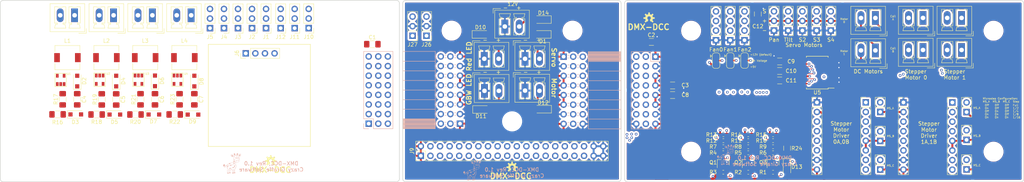
<source format=kicad_pcb>
(kicad_pcb (version 20171130) (host pcbnew "(5.1.12)-1")
  (title_block (title "DMX Demonstrator - Display-Pro (DMX-DSP)") (date 2023-09-17) (rev 1.5) (company "Crazy Giraffe Software") (comment 2 "Designed by: SparkyBobo") (comment 3 https://creativecommons.org/licenses/by-sa/4.0/) (comment 4 "Released under the Creative Commons Attribution Share-Alike 4.0 License"))
  (layers (0 F.Cu signal) (1 In1.Cu signal) (2 In2.Cu signal) (31 B.Cu signal) (34 B.Paste user) (35 F.Paste user) (36 B.SilkS user hide) (37 F.SilkS user hide) (38 B.Mask user) (39 F.Mask user) (44 Edge.Cuts user))
  (net 0 "")
  (net 1 "Net-(D1-Pad2)")
  (net 2 GND)
  (net 3 "Net-(D2-Pad2)")
  (net 4 "Net-(D3-Pad1)")
  (net 5 +12V)
  (net 6 VAA)
  (net 7 VCC)
  (net 8 VDD)
  (net 9 VSS)
  (net 10 "Net-(D4-Pad2)")
  (net 11 "Net-(D5-Pad1)")
  (net 12 "Net-(D6-Pad2)")
  (net 13 "Net-(D7-Pad1)")
  (net 14 "Net-(D8-Pad2)")
  (net 15 "Net-(D9-Pad1)")
  (net 16 "Net-(D10-Pad2)")
  (net 17 "Net-(D11-Pad2)")
  (net 18 "Net-(D12-Pad2)")
  (net 19 /SEN0)
  (net 20 +5V)
  (net 21 /SEN1)
  (net 22 /SEN2)
  (net 23 /SEN3)
  (net 24 /SEN4)
  (net 25 /MTR0B)
  (net 26 /MTR0C)
  (net 27 /MTR0A)
  (net 28 /SERVO2)
  (net 29 /TILT)
  (net 30 /PAN)
  (net 31 /FAN2)
  (net 32 /LED_R3)
  (net 33 /FAN1)
  (net 34 /LED_B2)
  (net 35 /FAN0)
  (net 36 /LED_G2)
  (net 37 /FANSP2)
  (net 38 /LED_R2)
  (net 39 /FANSP1)
  (net 40 /LED_R1)
  (net 41 /FANSP0)
  (net 42 /LED_B0)
  (net 43 /LED_G0)
  (net 44 /LED_R0)
  (net 45 /TEMP2)
  (net 46 /TEMP1)
  (net 47 "Net-(J19-Pad4)")
  (net 48 "Net-(J19-Pad3)")
  (net 49 "Net-(J19-Pad2)")
  (net 50 "Net-(J20-Pad4)")
  (net 51 "Net-(J20-Pad3)")
  (net 52 "Net-(J20-Pad2)")
  (net 53 "Net-(J21-Pad4)")
  (net 54 "Net-(J21-Pad3)")
  (net 55 "Net-(J21-Pad2)")
  (net 56 "Net-(J22-Pad2)")
  (net 57 "Net-(J22-Pad1)")
  (net 58 "Net-(J23-Pad2)")
  (net 59 "Net-(J23-Pad1)")
  (net 60 "Net-(J24-Pad2)")
  (net 61 "Net-(J24-Pad1)")
  (net 62 "Net-(J25-Pad2)")
  (net 63 "Net-(J25-Pad1)")
  (net 64 "Net-(J30-Pad4)")
  (net 65 "Net-(J30-Pad3)")
  (net 66 "Net-(J30-Pad2)")
  (net 67 "Net-(J34-Pad4)")
  (net 68 "Net-(J34-Pad3)")
  (net 69 "Net-(J34-Pad2)")
  (net 70 "Net-(Q1-Pad1)")
  (net 71 "Net-(Q2-Pad1)")
  (net 72 "Net-(Q3-Pad1)")
  (net 73 "Net-(D13-Pad1)")
  (net 74 /SDA)
  (net 75 /SCL)
  (net 76 /TEMP0)
  (net 77 "Net-(D14-Pad2)")
  (net 78 /motor-driver/SM0-2B)
  (net 79 /motor-driver/SM0-2A)
  (net 80 /motor-driver/SM0-1A)
  (net 81 /motor-driver/SM0-1B)
  (net 82 /motor-driver/TM0-1)
  (net 83 /motor-driver/TM0-2)
  (net 84 /motor-driver/SM1-2B)
  (net 85 /motor-driver/SM1-2A)
  (net 86 /motor-driver/SM1-1A)
  (net 87 /motor-driver/SM1-1B)
  (net 88 /motor-driver/TM1-1)
  (net 89 /motor-driver/TM1-2)
  (net 90 /MTR1B)
  (net 91 /MTR1C)
  (net 92 /MTR1A)
  (module Package_SO:SSOP-24_5.3x8.2mm_P0.65mm (layer F.Cu) (at 229.1969 97.9805 180)
    (fp_text reference U5 (at 0 -5.25) (layer F.SilkS))
    (fp_text value TB6612FNG)
    (pad 24 smd rect (at 3.6 -3.575 180) (size 1.75 0.45) (layers F.Cu F.Paste F.Mask) (net 8 VDD))
    (pad 23 smd rect (at 3.6 -2.925 180) (size 1.75 0.45) (layers F.Cu F.Paste F.Mask) (net 27 /MTR0A))
    (pad 22 smd rect (at 3.6 -2.275 180) (size 1.75 0.45) (layers F.Cu F.Paste F.Mask) (net 26 /MTR0C))
    (pad 21 smd rect (at 3.6 -1.625 180) (size 1.75 0.45) (layers F.Cu F.Paste F.Mask) (net 25 /MTR0B))
    (pad 20 smd rect (at 3.6 -0.975 180) (size 1.75 0.45) (layers F.Cu F.Paste F.Mask) (net 20 +5V))
    (pad 19 smd rect (at 3.6 -0.325 180) (size 1.75 0.45) (layers F.Cu F.Paste F.Mask) (net 73 "Net-(D13-Pad1)"))
    (pad 18 smd rect (at 3.6 0.325 180) (size 1.75 0.45) (layers F.Cu F.Paste F.Mask) (net 2 GND))
    (pad 17 smd rect (at 3.6 0.975 180) (size 1.75 0.45) (layers F.Cu F.Paste F.Mask) (net 90 /MTR1B))
    (pad 16 smd rect (at 3.6 1.625 180) (size 1.75 0.45) (layers F.Cu F.Paste F.Mask) (net 91 /MTR1C))
    (pad 15 smd rect (at 3.6 2.275 180) (size 1.75 0.45) (layers F.Cu F.Paste F.Mask) (net 92 /MTR1A))
    (pad 14 smd rect (at 3.6 2.925 180) (size 1.75 0.45) (layers F.Cu F.Paste F.Mask) (net 8 VDD))
    (pad 13 smd rect (at 3.6 3.575 180) (size 1.75 0.45) (layers F.Cu F.Paste F.Mask) (net 8 VDD))
    (pad 12 smd rect (at -3.6 3.575 180) (size 1.75 0.45) (layers F.Cu F.Paste F.Mask) (net 88 /motor-driver/TM1-1))
    (pad 11 smd rect (at -3.6 2.925 180) (size 1.75 0.45) (layers F.Cu F.Paste F.Mask) (net 88 /motor-driver/TM1-1))
    (pad 10 smd rect (at -3.6 2.275 180) (size 1.75 0.45) (layers F.Cu F.Paste F.Mask) (net 2 GND))
    (pad 9 smd rect (at -3.6 1.625 180) (size 1.75 0.45) (layers F.Cu F.Paste F.Mask) (net 2 GND))
    (pad 8 smd rect (at -3.6 0.975 180) (size 1.75 0.45) (layers F.Cu F.Paste F.Mask) (net 89 /motor-driver/TM1-2))
    (pad 7 smd rect (at -3.6 0.325 180) (size 1.75 0.45) (layers F.Cu F.Paste F.Mask) (net 89 /motor-driver/TM1-2))
    (pad 6 smd rect (at -3.6 -0.325 180) (size 1.75 0.45) (layers F.Cu F.Paste F.Mask) (net 83 /motor-driver/TM0-2))
    (pad 5 smd rect (at -3.6 -0.975 180) (size 1.75 0.45) (layers F.Cu F.Paste F.Mask) (net 83 /motor-driver/TM0-2))
    (pad 4 smd rect (at -3.6 -1.625 180) (size 1.75 0.45) (layers F.Cu F.Paste F.Mask) (net 2 GND))
    (pad 3 smd rect (at -3.6 -2.275 180) (size 1.75 0.45) (layers F.Cu F.Paste F.Mask) (net 2 GND))
    (pad 2 smd rect (at -3.6 -2.925 180) (size 1.75 0.45) (layers F.Cu F.Paste F.Mask) (net 82 /motor-driver/TM0-1))
    (pad 1 smd rect (at -3.6 -3.575 180) (size 1.75 0.45) (layers F.Cu F.Paste F.Mask) (net 82 /motor-driver/TM0-1))
  )
  (module Connector_Phoenix_MC:PhoenixContact_MCV_1,5_2-G-3.81_1x02_P3.81mm_Vertical (layer F.Cu) (at 267.3731 91.9988 180)
    (fp_text reference J43 hide)
    (fp_text value Motor1B)
    (pad 2 thru_hole oval (at 3.81 0 180) (size 1.8 3.6) (drill 1.2) (layers *.Cu *.Mask) (net 84 /motor-driver/SM1-2B))
    (pad 1 thru_hole rect (at 0 0 180) (size 1.8 3.6) (drill 1.2) (layers *.Cu *.Mask) (net 85 /motor-driver/SM1-2A))
  )
  (module Connector_Phoenix_MC:PhoenixContact_MCV_1,5_2-G-3.81_1x02_P3.81mm_Vertical (layer F.Cu) (at 267.3731 83.5152 180)
    (fp_text reference J42 hide)
    (fp_text value Motor1A)
    (pad 2 thru_hole oval (at 3.81 0 180) (size 1.8 3.6) (drill 1.2) (layers *.Cu *.Mask) (net 87 /motor-driver/SM1-1B))
    (pad 1 thru_hole rect (at 0 0 180) (size 1.8 3.6) (drill 1.2) (layers *.Cu *.Mask) (net 86 /motor-driver/SM1-1A))
  )
  (module Connector_Phoenix_MC:PhoenixContact_MCV_1,5_2-G-3.81_1x02_P3.81mm_Vertical (layer F.Cu) (at 244.5639 92.1131 180)
    (fp_text reference J41 hide)
    (fp_text value Motor1)
    (pad 2 thru_hole oval (at 3.81 0 180) (size 1.8 3.6) (drill 1.2) (layers *.Cu *.Mask) (net 89 /motor-driver/TM1-2))
    (pad 1 thru_hole rect (at 0 0 180) (size 1.8 3.6) (drill 1.2) (layers *.Cu *.Mask) (net 88 /motor-driver/TM1-1))
  )
  (module Connector_Phoenix_MC:PhoenixContact_MCV_1,5_2-G-3.81_1x02_P3.81mm_Vertical (layer F.Cu) (at 244.5639 83.5279 180)
    (fp_text reference J33 hide)
    (fp_text value Motor0)
    (pad 2 thru_hole oval (at 3.81 0 180) (size 1.8 3.6) (drill 1.2) (layers *.Cu *.Mask) (net 83 /motor-driver/TM0-2))
    (pad 1 thru_hole rect (at 0 0 180) (size 1.8 3.6) (drill 1.2) (layers *.Cu *.Mask) (net 82 /motor-driver/TM0-1))
  )
  (module Connector_Phoenix_MC:PhoenixContact_MCV_1,5_2-G-3.81_1x02_P3.81mm_Vertical (layer F.Cu) (at 257.1623 83.5152 180)
    (fp_text reference J32 hide)
    (fp_text value Motor0A)
    (pad 2 thru_hole oval (at 3.81 0 180) (size 1.8 3.6) (drill 1.2) (layers *.Cu *.Mask) (net 81 /motor-driver/SM0-1B))
    (pad 1 thru_hole rect (at 0 0 180) (size 1.8 3.6) (drill 1.2) (layers *.Cu *.Mask) (net 80 /motor-driver/SM0-1A))
  )
  (module Connector_Phoenix_MC:PhoenixContact_MCV_1,5_2-G-3.81_1x02_P3.81mm_Vertical (layer F.Cu) (at 257.1623 91.9988 180)
    (fp_text reference J13 hide)
    (fp_text value Motor0B)
    (pad 2 thru_hole oval (at 3.81 0 180) (size 1.8 3.6) (drill 1.2) (layers *.Cu *.Mask) (net 78 /motor-driver/SM0-2B))
    (pad 1 thru_hole rect (at 0 0 180) (size 1.8 3.6) (drill 1.2) (layers *.Cu *.Mask) (net 79 /motor-driver/SM0-2A))
  )
  (module Diode_SMD:D_SOD-123F (layer F.Cu) (at 156.6164 83.9597 180)
    (fp_text reference D14 (at -0.127 1.7653) (layer F.SilkS))
    (fp_text value 1N5819)
    (pad 2 smd rect (at 1.4 0 180) (size 1.1 1.1) (layers F.Cu F.Paste F.Mask) (net 77 "Net-(D14-Pad2)"))
    (pad 1 smd rect (at -1.4 0 180) (size 1.1 1.1) (layers F.Cu F.Paste F.Mask) (net 5 +12V))
  )
  (module Capacitor_SMD:C_1206_3216Metric_Pad1.42x1.75mm_HandSolder (layer F.Cu) (at 213.4743 82.4738 90)
    (fp_text reference C12 (at -3.2512 0 180) (layer F.SilkS))
    (fp_text value 10uF)
    (pad 2 smd roundrect (at 1.4875 0 90) (size 1.425 1.75) (layers F.Cu F.Paste F.Mask) (roundrect_rratio 0.175439) (net 2 GND))
    (pad 1 smd roundrect (at -1.4875 0 90) (size 1.425 1.75) (layers F.Cu F.Paste F.Mask) (roundrect_rratio 0.175439) (net 9 VSS))
  )
  (module footprints:logo_cr_5x5 (layer B.Cu) (at 205.0415 119.7102 180)
    (fp_text reference G*** hide)
    (fp_text value LOGO hide)
  )
  (module Aesthetics:OSHW-LOGO-S (layer F.Cu) (at 184.6961 83.5533)
    (fp_text reference "" (at 0 0) (layer F.SilkS) (effects (font (size 1.524 1.524))))
    (fp_text value "" (at 0 0) (layer F.SilkS) (effects (font (size 1.524 1.524))))
  )
  (module footprints:PinHeader_3x08_P2.54mm_Vertical (layer B.Cu) (at 186.3852 93.7641 180)
    (fp_text reference J40 hide)
    (fp_text value M-P)
    (pad 6C thru_hole oval (at 5.08 -12.7 180) (size 1.7 1.7) (drill 1) (layers *.Cu *.Mask) (net 90 /MTR1B))
    (pad 7C thru_hole oval (at 5.08 -15.24 180) (size 1.7 1.7) (drill 1) (layers *.Cu *.Mask) (net 91 /MTR1C))
    (pad 1C thru_hole oval (at 5.08 0 180) (size 1.7 1.7) (drill 1) (layers *.Cu *.Mask) (net 41 /FANSP0))
    (pad 8C thru_hole oval (at 5.08 -17.78 180) (size 1.7 1.7) (drill 1) (layers *.Cu *.Mask) (net 2 GND))
    (pad 5C thru_hole oval (at 5.08 -10.16 180) (size 1.7 1.7) (drill 1) (layers *.Cu *.Mask) (net 92 /MTR1A))
    (pad 4C thru_hole oval (at 5.08 -7.62 180) (size 1.7 1.7) (drill 1) (layers *.Cu *.Mask) (net 29 /TILT))
    (pad 3C thru_hole oval (at 5.08 -5.08 180) (size 1.7 1.7) (drill 1) (layers *.Cu *.Mask) (net 37 /FANSP2))
    (pad 2C thru_hole oval (at 5.08 -2.54 180) (size 1.7 1.7) (drill 1) (layers *.Cu *.Mask) (net 39 /FANSP1))
    (pad 8B thru_hole oval (at 2.54 -17.78 180) (size 1.7 1.7) (drill 1) (layers *.Cu *.Mask) (net 26 /MTR0C))
    (pad 8A thru_hole oval (at 0 -17.78 180) (size 1.7 1.7) (drill 1) (layers *.Cu *.Mask) (net 20 +5V))
    (pad 7B thru_hole oval (at 2.54 -15.24 180) (size 1.7 1.7) (drill 1) (layers *.Cu *.Mask) (net 25 /MTR0B))
    (pad 7A thru_hole oval (at 0 -15.24 180) (size 1.7 1.7) (drill 1) (layers *.Cu *.Mask) (net 2 GND))
    (pad 6B thru_hole oval (at 2.54 -12.7 180) (size 1.7 1.7) (drill 1) (layers *.Cu *.Mask) (net 27 /MTR0A))
    (pad 6A thru_hole oval (at 0 -12.7 180) (size 1.7 1.7) (drill 1) (layers *.Cu *.Mask) (net 8 VDD))
    (pad 5B thru_hole oval (at 2.54 -10.16 180) (size 1.7 1.7) (drill 1) (layers *.Cu *.Mask) (net 28 /SERVO2))
    (pad 5A thru_hole oval (at 0 -10.16 180) (size 1.7 1.7) (drill 1) (layers *.Cu *.Mask) (net 8 VDD))
    (pad 4B thru_hole oval (at 2.54 -7.62 180) (size 1.7 1.7) (drill 1) (layers *.Cu *.Mask) (net 30 /PAN))
    (pad 4A thru_hole oval (at 0 -7.62 180) (size 1.7 1.7) (drill 1) (layers *.Cu *.Mask) (net 9 VSS))
    (pad 3B thru_hole oval (at 2.54 -5.08 180) (size 1.7 1.7) (drill 1) (layers *.Cu *.Mask) (net 31 /FAN2))
    (pad 3A thru_hole oval (at 0 -5.08 180) (size 1.7 1.7) (drill 1) (layers *.Cu *.Mask) (net 9 VSS))
    (pad 2B thru_hole oval (at 2.54 -2.54 180) (size 1.7 1.7) (drill 1) (layers *.Cu *.Mask) (net 33 /FAN1))
    (pad 2A thru_hole oval (at 0 -2.54 180) (size 1.7 1.7) (drill 1) (layers *.Cu *.Mask) (net 2 GND))
    (pad 1B thru_hole oval (at 2.54 0 180) (size 1.7 1.7) (drill 1) (layers *.Cu *.Mask) (net 35 /FAN0))
    (pad 1A thru_hole rect (at 0 0 180) (size 1.7 1.7) (drill 1) (layers *.Cu *.Mask) (net 5 +12V))
  )
  (module footprints:PinSocket_3x08_P2.54mm_Horizontal (layer B.Cu) (at 162.0774 93.7641 180)
    (fp_text reference J39 hide)
    (fp_text value M-P)
    (pad 4C thru_hole oval (at -5.08 -7.62 180) (size 1.7 1.7) (drill 1) (layers *.Cu *.Mask) (net 29 /TILT))
    (pad 3C thru_hole oval (at -5.08 -5.08 180) (size 1.7 1.7) (drill 1) (layers *.Cu *.Mask) (net 37 /FANSP2))
    (pad 2C thru_hole oval (at -5.08 -2.54 180) (size 1.7 1.7) (drill 1) (layers *.Cu *.Mask) (net 39 /FANSP1))
    (pad 7C thru_hole oval (at -5.08 -15.24 180) (size 1.7 1.7) (drill 1) (layers *.Cu *.Mask) (net 91 /MTR1C))
    (pad 8C thru_hole oval (at -5.08 -17.78 180) (size 1.7 1.7) (drill 1) (layers *.Cu *.Mask) (net 2 GND))
    (pad 6C thru_hole oval (at -5.08 -12.7 180) (size 1.7 1.7) (drill 1) (layers *.Cu *.Mask) (net 90 /MTR1B))
    (pad 5C thru_hole oval (at -5.08 -10.16 180) (size 1.7 1.7) (drill 1) (layers *.Cu *.Mask) (net 92 /MTR1A))
    (pad 1C thru_hole oval (at -5.08 0 180) (size 1.7 1.7) (drill 1) (layers *.Cu *.Mask) (net 41 /FANSP0))
    (pad 8B thru_hole oval (at -2.54 -17.78 180) (size 1.7 1.7) (drill 1) (layers *.Cu *.Mask) (net 26 /MTR0C))
    (pad 8A thru_hole oval (at 0 -17.78 180) (size 1.7 1.7) (drill 1) (layers *.Cu *.Mask) (net 20 +5V))
    (pad 7B thru_hole oval (at -2.54 -15.24 180) (size 1.7 1.7) (drill 1) (layers *.Cu *.Mask) (net 25 /MTR0B))
    (pad 7A thru_hole oval (at 0 -15.24 180) (size 1.7 1.7) (drill 1) (layers *.Cu *.Mask) (net 2 GND))
    (pad 6B thru_hole oval (at -2.54 -12.7 180) (size 1.7 1.7) (drill 1) (layers *.Cu *.Mask) (net 27 /MTR0A))
    (pad 6A thru_hole oval (at 0 -12.7 180) (size 1.7 1.7) (drill 1) (layers *.Cu *.Mask) (net 8 VDD))
    (pad 5B thru_hole oval (at -2.54 -10.16 180) (size 1.7 1.7) (drill 1) (layers *.Cu *.Mask) (net 28 /SERVO2))
    (pad 5A thru_hole oval (at 0 -10.16 180) (size 1.7 1.7) (drill 1) (layers *.Cu *.Mask) (net 8 VDD))
    (pad 4B thru_hole oval (at -2.54 -7.62 180) (size 1.7 1.7) (drill 1) (layers *.Cu *.Mask) (net 30 /PAN))
    (pad 4A thru_hole oval (at 0 -7.62 180) (size 1.7 1.7) (drill 1) (layers *.Cu *.Mask) (net 9 VSS))
    (pad 3B thru_hole oval (at -2.54 -5.08 180) (size 1.7 1.7) (drill 1) (layers *.Cu *.Mask) (net 31 /FAN2))
    (pad 3A thru_hole oval (at 0 -5.08 180) (size 1.7 1.7) (drill 1) (layers *.Cu *.Mask) (net 9 VSS))
    (pad 2B thru_hole oval (at -2.54 -2.54 180) (size 1.7 1.7) (drill 1) (layers *.Cu *.Mask) (net 33 /FAN1))
    (pad 2A thru_hole oval (at 0 -2.54 180) (size 1.7 1.7) (drill 1) (layers *.Cu *.Mask) (net 2 GND))
    (pad 1B thru_hole oval (at -2.54 0 180) (size 1.7 1.7) (drill 1) (layers *.Cu *.Mask) (net 35 /FAN0))
    (pad 1A thru_hole rect (at 0 0 180) (size 1.7 1.7) (drill 1) (layers *.Cu *.Mask) (net 5 +12V))
  )
  (module footprints:PinSocket_3x08_P2.54mm_Horizontal (layer B.Cu) (at 134.6708 111.4933)
    (fp_text reference J38 hide)
    (fp_text value L-P)
    (pad 4C thru_hole oval (at -5.08 -7.62) (size 1.7 1.7) (drill 1) (layers *.Cu *.Mask) (net 45 /TEMP2))
    (pad 3C thru_hole oval (at -5.08 -5.08) (size 1.7 1.7) (drill 1) (layers *.Cu *.Mask) (net 46 /TEMP1))
    (pad 2C thru_hole oval (at -5.08 -2.54) (size 1.7 1.7) (drill 1) (layers *.Cu *.Mask) (net 76 /TEMP0))
    (pad 7C thru_hole oval (at -5.08 -15.24) (size 1.7 1.7) (drill 1) (layers *.Cu *.Mask) (net 42 /LED_B0))
    (pad 8C thru_hole oval (at -5.08 -17.78) (size 1.7 1.7) (drill 1) (layers *.Cu *.Mask) (net 40 /LED_R1))
    (pad 6C thru_hole oval (at -5.08 -12.7) (size 1.7 1.7) (drill 1) (layers *.Cu *.Mask) (net 43 /LED_G0))
    (pad 5C thru_hole oval (at -5.08 -10.16) (size 1.7 1.7) (drill 1) (layers *.Cu *.Mask) (net 44 /LED_R0))
    (pad 1C thru_hole oval (at -5.08 0) (size 1.7 1.7) (drill 1) (layers *.Cu *.Mask) (net 19 /SEN0))
    (pad 8B thru_hole oval (at -2.54 -17.78) (size 1.7 1.7) (drill 1) (layers *.Cu *.Mask) (net 32 /LED_R3))
    (pad 8A thru_hole oval (at 0 -17.78) (size 1.7 1.7) (drill 1) (layers *.Cu *.Mask) (net 5 +12V))
    (pad 7B thru_hole oval (at -2.54 -15.24) (size 1.7 1.7) (drill 1) (layers *.Cu *.Mask) (net 34 /LED_B2))
    (pad 7A thru_hole oval (at 0 -15.24) (size 1.7 1.7) (drill 1) (layers *.Cu *.Mask) (net 2 GND))
    (pad 6B thru_hole oval (at -2.54 -12.7) (size 1.7 1.7) (drill 1) (layers *.Cu *.Mask) (net 36 /LED_G2))
    (pad 6A thru_hole oval (at 0 -12.7) (size 1.7 1.7) (drill 1) (layers *.Cu *.Mask) (net 6 VAA))
    (pad 5B thru_hole oval (at -2.54 -10.16) (size 1.7 1.7) (drill 1) (layers *.Cu *.Mask) (net 38 /LED_R2))
    (pad 5A thru_hole oval (at 0 -10.16) (size 1.7 1.7) (drill 1) (layers *.Cu *.Mask) (net 6 VAA))
    (pad 4B thru_hole oval (at -2.54 -7.62) (size 1.7 1.7) (drill 1) (layers *.Cu *.Mask) (net 24 /SEN4))
    (pad 4A thru_hole oval (at 0 -7.62) (size 1.7 1.7) (drill 1) (layers *.Cu *.Mask) (net 7 VCC))
    (pad 3B thru_hole oval (at -2.54 -5.08) (size 1.7 1.7) (drill 1) (layers *.Cu *.Mask) (net 23 /SEN3))
    (pad 3A thru_hole oval (at 0 -5.08) (size 1.7 1.7) (drill 1) (layers *.Cu *.Mask) (net 7 VCC))
    (pad 2B thru_hole oval (at -2.54 -2.54) (size 1.7 1.7) (drill 1) (layers *.Cu *.Mask) (net 22 /SEN2))
    (pad 2A thru_hole oval (at 0 -2.54) (size 1.7 1.7) (drill 1) (layers *.Cu *.Mask) (net 2 GND))
    (pad 1B thru_hole oval (at -2.54 0) (size 1.7 1.7) (drill 1) (layers *.Cu *.Mask) (net 21 /SEN1))
    (pad 1A thru_hole rect (at 0 0) (size 1.7 1.7) (drill 1) (layers *.Cu *.Mask) (net 20 +5V))
  )
  (module footprints:PinHeader_3x08_P2.54mm_Vertical (layer B.Cu) (at 110.5154 111.4933)
    (fp_text reference J37 hide)
    (fp_text value L-P)
    (pad 6C thru_hole oval (at 5.08 -12.7) (size 1.7 1.7) (drill 1) (layers *.Cu *.Mask) (net 43 /LED_G0))
    (pad 7C thru_hole oval (at 5.08 -15.24) (size 1.7 1.7) (drill 1) (layers *.Cu *.Mask) (net 42 /LED_B0))
    (pad 1C thru_hole oval (at 5.08 0) (size 1.7 1.7) (drill 1) (layers *.Cu *.Mask) (net 19 /SEN0))
    (pad 8C thru_hole oval (at 5.08 -17.78) (size 1.7 1.7) (drill 1) (layers *.Cu *.Mask) (net 40 /LED_R1))
    (pad 5C thru_hole oval (at 5.08 -10.16) (size 1.7 1.7) (drill 1) (layers *.Cu *.Mask) (net 44 /LED_R0))
    (pad 4C thru_hole oval (at 5.08 -7.62) (size 1.7 1.7) (drill 1) (layers *.Cu *.Mask) (net 45 /TEMP2))
    (pad 3C thru_hole oval (at 5.08 -5.08) (size 1.7 1.7) (drill 1) (layers *.Cu *.Mask) (net 46 /TEMP1))
    (pad 2C thru_hole oval (at 5.08 -2.54) (size 1.7 1.7) (drill 1) (layers *.Cu *.Mask) (net 76 /TEMP0))
    (pad 8B thru_hole oval (at 2.54 -17.78) (size 1.7 1.7) (drill 1) (layers *.Cu *.Mask) (net 32 /LED_R3))
    (pad 8A thru_hole oval (at 0 -17.78) (size 1.7 1.7) (drill 1) (layers *.Cu *.Mask) (net 5 +12V))
    (pad 7B thru_hole oval (at 2.54 -15.24) (size 1.7 1.7) (drill 1) (layers *.Cu *.Mask) (net 34 /LED_B2))
    (pad 7A thru_hole oval (at 0 -15.24) (size 1.7 1.7) (drill 1) (layers *.Cu *.Mask) (net 2 GND))
    (pad 6B thru_hole oval (at 2.54 -12.7) (size 1.7 1.7) (drill 1) (layers *.Cu *.Mask) (net 36 /LED_G2))
    (pad 6A thru_hole oval (at 0 -12.7) (size 1.7 1.7) (drill 1) (layers *.Cu *.Mask) (net 6 VAA))
    (pad 5B thru_hole oval (at 2.54 -10.16) (size 1.7 1.7) (drill 1) (layers *.Cu *.Mask) (net 38 /LED_R2))
    (pad 5A thru_hole oval (at 0 -10.16) (size 1.7 1.7) (drill 1) (layers *.Cu *.Mask) (net 6 VAA))
    (pad 4B thru_hole oval (at 2.54 -7.62) (size 1.7 1.7) (drill 1) (layers *.Cu *.Mask) (net 24 /SEN4))
    (pad 4A thru_hole oval (at 0 -7.62) (size 1.7 1.7) (drill 1) (layers *.Cu *.Mask) (net 7 VCC))
    (pad 3B thru_hole oval (at 2.54 -5.08) (size 1.7 1.7) (drill 1) (layers *.Cu *.Mask) (net 23 /SEN3))
    (pad 3A thru_hole oval (at 0 -5.08) (size 1.7 1.7) (drill 1) (layers *.Cu *.Mask) (net 7 VCC))
    (pad 2B thru_hole oval (at 2.54 -2.54) (size 1.7 1.7) (drill 1) (layers *.Cu *.Mask) (net 22 /SEN2))
    (pad 2A thru_hole oval (at 0 -2.54) (size 1.7 1.7) (drill 1) (layers *.Cu *.Mask) (net 2 GND))
    (pad 1B thru_hole oval (at 2.54 0) (size 1.7 1.7) (drill 1) (layers *.Cu *.Mask) (net 21 /SEN1))
    (pad 1A thru_hole rect (at 0 0) (size 1.7 1.7) (drill 1) (layers *.Cu *.Mask) (net 20 +5V))
  )
  (module footprints:logo_cr_5x5 (layer B.Cu) (at 74.3712 122.0216 180)
    (fp_text reference G*** hide)
    (fp_text value LOGO hide)
  )
  (module Aesthetics:OSHW-LOGO-S (layer F.Cu) (at 84.6074 121.3485)
    (fp_text reference "" (at 0 0) (layer F.SilkS) (effects (font (size 1.524 1.524))))
    (fp_text value "" (at 0 0) (layer F.SilkS) (effects (font (size 1.524 1.524))))
  )
  (module Diode_SMD:D_SOD-123F (layer F.Cu) (at 221.1832 122.8725 270)
    (fp_text reference D13 (at 0.0381 -2.6035 180) (layer F.SilkS))
    (fp_text value 1N5819)
    (pad 2 smd rect (at 1.4 0 270) (size 1.1 1.1) (layers F.Cu F.Paste F.Mask) (net 20 +5V))
    (pad 1 smd rect (at -1.4 0 270) (size 1.1 1.1) (layers F.Cu F.Paste F.Mask) (net 73 "Net-(D13-Pad1)"))
  )
  (module Diode_SMD:D_SOD-123F (layer F.Cu) (at 156.6672 107.6706 180)
    (fp_text reference D12 (at 0 1.7272) (layer F.SilkS))
    (fp_text value 1N5819)
    (pad 2 smd rect (at 1.4 0 180) (size 1.1 1.1) (layers F.Cu F.Paste F.Mask) (net 18 "Net-(D12-Pad2)"))
    (pad 1 smd rect (at -1.4 0 180) (size 1.1 1.1) (layers F.Cu F.Paste F.Mask) (net 8 VDD))
  )
  (module Diode_SMD:D_SOD-123F (layer F.Cu) (at 140.2334 107.7341)
    (fp_text reference D11 (at 0 1.778) (layer F.SilkS))
    (fp_text value 1N5819)
    (pad 2 smd rect (at 1.4 0) (size 1.1 1.1) (layers F.Cu F.Paste F.Mask) (net 17 "Net-(D11-Pad2)"))
    (pad 1 smd rect (at -1.4 0) (size 1.1 1.1) (layers F.Cu F.Paste F.Mask) (net 7 VCC))
  )
  (module Diode_SMD:D_SOD-123F (layer F.Cu) (at 140.081 87.8713)
    (fp_text reference D10 (at 0 -1.8796) (layer F.SilkS))
    (fp_text value 1N5819)
    (pad 2 smd rect (at 1.4 0) (size 1.1 1.1) (layers F.Cu F.Paste F.Mask) (net 16 "Net-(D10-Pad2)"))
    (pad 1 smd rect (at -1.4 0) (size 1.1 1.1) (layers F.Cu F.Paste F.Mask) (net 6 VAA))
  )
  (module Diode_SMD:D_SOD-123F (layer F.Cu) (at 156.5783 87.8713 180)
    (fp_text reference D1 (at 0 -1.8288) (layer F.SilkS))
    (fp_text value 1N5819)
    (pad 2 smd rect (at 1.4 0 180) (size 1.1 1.1) (layers F.Cu F.Paste F.Mask) (net 1 "Net-(D1-Pad2)"))
    (pad 1 smd rect (at -1.4 0 180) (size 1.1 1.1) (layers F.Cu F.Paste F.Mask) (net 9 VSS))
  )
  (module Capacitor_SMD:C_1206_3216Metric_Pad1.42x1.75mm_HandSolder (layer F.Cu) (at 219.2528 100.0633 180)
    (fp_text reference C11 (at -3.048 0) (layer F.SilkS))
    (fp_text value 0.1uF)
    (pad 2 smd roundrect (at 1.4875 0 180) (size 1.425 1.75) (layers F.Cu F.Paste F.Mask) (roundrect_rratio 0.175439) (net 2 GND))
    (pad 1 smd roundrect (at -1.4875 0 180) (size 1.425 1.75) (layers F.Cu F.Paste F.Mask) (roundrect_rratio 0.175439) (net 8 VDD))
  )
  (module Capacitor_SMD:C_1206_3216Metric_Pad1.42x1.75mm_HandSolder (layer F.Cu) (at 111.4806 90.4621)
    (fp_text reference C1 (at 0 -1.82) (layer F.SilkS))
    (fp_text value 10uF)
    (pad 2 smd roundrect (at 1.4875 0) (size 1.425 1.75) (layers F.Cu F.Paste F.Mask) (roundrect_rratio 0.175439) (net 2 GND))
    (pad 1 smd roundrect (at -1.4875 0) (size 1.425 1.75) (layers F.Cu F.Paste F.Mask) (roundrect_rratio 0.175439) (net 5 +12V))
  )
  (module Connector_Phoenix_MC:PhoenixContact_MCV_1,5_2-G-3.81_1x02_P3.81mm_Vertical (layer F.Cu) (at 63.5431 82.8167 180)
    (fp_text reference J25 hide)
    (fp_text value "R3 Out")
    (pad 2 thru_hole oval (at 3.81 0 180) (size 1.8 3.6) (drill 1.2) (layers *.Cu *.Mask) (net 62 "Net-(J25-Pad2)"))
    (pad 1 thru_hole rect (at 0 0 180) (size 1.8 3.6) (drill 1.2) (layers *.Cu *.Mask) (net 63 "Net-(J25-Pad1)"))
  )
  (module Connector_Phoenix_MC:PhoenixContact_MCV_1,5_2-G-3.81_1x02_P3.81mm_Vertical (layer F.Cu) (at 43.0199 82.8167 180)
    (fp_text reference J24 hide)
    (fp_text value "G2 Out")
    (pad 2 thru_hole oval (at 3.81 0 180) (size 1.8 3.6) (drill 1.2) (layers *.Cu *.Mask) (net 60 "Net-(J24-Pad2)"))
    (pad 1 thru_hole rect (at 0 0 180) (size 1.8 3.6) (drill 1.2) (layers *.Cu *.Mask) (net 61 "Net-(J24-Pad1)"))
  )
  (module Connector_Phoenix_MC:PhoenixContact_MCV_1,5_2-G-3.81_1x02_P3.81mm_Vertical (layer F.Cu) (at 53.2815 82.8167 180)
    (fp_text reference J23 hide)
    (fp_text value "B2 Out")
    (pad 2 thru_hole oval (at 3.81 0 180) (size 1.8 3.6) (drill 1.2) (layers *.Cu *.Mask) (net 58 "Net-(J23-Pad2)"))
    (pad 1 thru_hole rect (at 0 0 180) (size 1.8 3.6) (drill 1.2) (layers *.Cu *.Mask) (net 59 "Net-(J23-Pad1)"))
  )
  (module Connector_Phoenix_MC:PhoenixContact_MCV_1,5_2-G-3.81_1x02_P3.81mm_Vertical (layer F.Cu) (at 32.7075 82.8167 180)
    (fp_text reference J22 hide)
    (fp_text value "R2 Out")
    (pad 2 thru_hole oval (at 3.81 0 180) (size 1.8 3.6) (drill 1.2) (layers *.Cu *.Mask) (net 56 "Net-(J22-Pad2)"))
    (pad 1 thru_hole rect (at 0 0 180) (size 1.8 3.6) (drill 1.2) (layers *.Cu *.Mask) (net 57 "Net-(J22-Pad1)"))
  )
  (module MountingHole:MountingHole_4.3mm_M4 (layer F.Cu) (at 21.0469 86.8797)
    (fp_text reference MH1 hide)
    (fp_text value MountingHole)
    (pad 1 np_thru_hole circle (at 0 0) (size 4.3 4.3) (drill 4.3) (layers *.Cu *.Mask))
  )
  (module Connector_Phoenix_MC:PhoenixContact_MCV_1,5_2-G-3.81_1x02_P3.81mm_Vertical (layer F.Cu) (at 151.8793 102.743)
    (fp_text reference J36 hide)
    (fp_text value "Motor Power")
    (pad 2 thru_hole oval (at 3.81 0.0635) (size 1.8 3.6) (drill 1.2) (layers *.Cu *.Mask) (net 18 "Net-(D12-Pad2)"))
    (pad 1 thru_hole rect (at 0 0) (size 1.8 3.6) (drill 1.2) (layers *.Cu *.Mask) (net 2 GND))
  )
  (module Connector_Phoenix_MC:PhoenixContact_MCV_1,5_2-G-3.81_1x02_P3.81mm_Vertical (layer F.Cu) (at 141.1478 102.8065)
    (fp_text reference J29 hide)
    (fp_text value "GBW Power")
    (pad 2 thru_hole oval (at 3.81 0) (size 1.8 3.6) (drill 1.2) (layers *.Cu *.Mask) (net 17 "Net-(D11-Pad2)"))
    (pad 1 thru_hole rect (at 0 0) (size 1.8 3.6) (drill 1.2) (layers *.Cu *.Mask) (net 2 GND))
  )
  (module Connector_Phoenix_MC:PhoenixContact_MCV_1,5_2-G-3.81_1x02_P3.81mm_Vertical (layer F.Cu) (at 141.097 94.3229)
    (fp_text reference J28 hide)
    (fp_text value "Red Power")
    (pad 2 thru_hole oval (at 3.81 0) (size 1.8 3.6) (drill 1.2) (layers *.Cu *.Mask) (net 16 "Net-(D10-Pad2)"))
    (pad 1 thru_hole rect (at 0 0) (size 1.8 3.6) (drill 1.2) (layers *.Cu *.Mask) (net 2 GND))
  )
  (module Connector_Phoenix_MC:PhoenixContact_MCV_1,5_2-G-3.81_1x02_P3.81mm_Vertical (layer F.Cu) (at 151.8793 94.3229)
    (fp_text reference J8 hide)
    (fp_text value Servo)
    (pad 2 thru_hole oval (at 3.81 0) (size 1.8 3.6) (drill 1.2) (layers *.Cu *.Mask) (net 1 "Net-(D1-Pad2)"))
    (pad 1 thru_hole rect (at 0 0) (size 1.8 3.6) (drill 1.2) (layers *.Cu *.Mask) (net 2 GND))
  )
  (module Connector_Phoenix_MC:PhoenixContact_MCV_1,5_2-G-3.81_1x02_P3.81mm_Vertical (layer F.Cu) (at 146.5326 85.7885)
    (fp_text reference J7 hide)
    (fp_text value +12v)
    (pad 2 thru_hole oval (at 3.81 0) (size 1.8 3.6) (drill 1.2) (layers *.Cu *.Mask) (net 77 "Net-(D14-Pad2)"))
    (pad 1 thru_hole rect (at 0 0) (size 1.8 3.6) (drill 1.2) (layers *.Cu *.Mask) (net 2 GND))
  )
  (module MountingHole:MountingHole_4.3mm_M4 (layer F.Cu) (at 275.8238 118.9051)
    (fp_text reference MH12 hide)
    (fp_text value MountingHole)
    (pad 1 np_thru_hole circle (at 0 0) (size 4.3 4.3) (drill 4.3) (layers *.Cu *.Mask))
  )
  (module MountingHole:MountingHole_4.3mm_M4 (layer F.Cu) (at 195.8193 118.9051)
    (fp_text reference MH11 hide)
    (fp_text value MountingHole)
    (pad 1 np_thru_hole circle (at 0 0) (size 4.3 4.3) (drill 4.3) (layers *.Cu *.Mask))
  )
  (module MountingHole:MountingHole_4.3mm_M4 (layer F.Cu) (at 275.8238 86.9051)
    (fp_text reference MH10 hide)
    (fp_text value MountingHole)
    (pad 1 np_thru_hole circle (at 0 0) (size 4.3 4.3) (drill 4.3) (layers *.Cu *.Mask))
  )
  (module MountingHole:MountingHole_4.3mm_M4 (layer F.Cu) (at 195.8193 86.9051)
    (fp_text reference MH9 hide)
    (fp_text value MountingHole)
    (pad 1 np_thru_hole circle (at 0 0) (size 4.3 4.3) (drill 4.3) (layers *.Cu *.Mask))
  )
  (module MountingHole:MountingHole_4.3mm_M4 (layer F.Cu) (at 148.463 110.8797)
    (fp_text reference MH7 hide)
    (fp_text value MountingHole)
    (pad 1 np_thru_hole circle (at 0 0) (size 4.3 4.3) (drill 4.3) (layers *.Cu *.Mask))
  )
  (module MountingHole:MountingHole_4.3mm_M4 (layer F.Cu) (at 164.4473 86.8797)
    (fp_text reference MH6 hide)
    (fp_text value MountingHole)
    (pad 1 np_thru_hole circle (at 0 0) (size 4.3 4.3) (drill 4.3) (layers *.Cu *.Mask))
  )
  (module MountingHole:MountingHole_4.3mm_M4 (layer F.Cu) (at 132.4473 86.8797)
    (fp_text reference MH5 hide)
    (fp_text value MountingHole)
    (pad 1 np_thru_hole circle (at 0 0) (size 4.3 4.3) (drill 4.3) (layers *.Cu *.Mask))
  )
  (module MountingHole:MountingHole_4.3mm_M4 (layer F.Cu) (at 101.0469 118.8797 180)
    (fp_text reference MH4 hide)
    (fp_text value MountingHole)
    (pad 1 np_thru_hole circle (at 0 0 180) (size 4.3 4.3) (drill 4.3) (layers *.Cu *.Mask))
  )
  (module MountingHole:MountingHole_4.3mm_M4 (layer F.Cu) (at 21.0469 118.8797 180)
    (fp_text reference MH3 hide)
    (fp_text value MountingHole)
    (pad 1 np_thru_hole circle (at 0 0 180) (size 4.3 4.3) (drill 4.3) (layers *.Cu *.Mask))
  )
  (module MountingHole:MountingHole_4.3mm_M4 (layer F.Cu) (at 101.0469 86.8797)
    (fp_text reference MH2 hide)
    (fp_text value MountingHole)
    (pad "" np_thru_hole circle (at 0 0) (size 4.3 4.3) (drill 4.3) (layers *.Cu *.Mask))
  )
  (module Connector_PinHeader_2.54mm:PinHeader_1x02_P2.54mm_Vertical (layer F.Cu) (at 268.6929 123.6091 180)
    (fp_text reference JP9 hide)
    (fp_text value MS3)
    (pad 2 thru_hole oval (at 0 2.54 180) (size 1.7 1.7) (drill 1) (layers *.Cu *.Mask) (net 67 "Net-(J34-Pad4)"))
    (pad 1 thru_hole rect (at 0 0 180) (size 1.7 1.7) (drill 1) (layers *.Cu *.Mask) (net 20 +5V))
  )
  (module Connector_PinHeader_2.54mm:PinHeader_1x02_P2.54mm_Vertical (layer F.Cu) (at 268.6929 115.7859 180)
    (fp_text reference JP8 hide)
    (fp_text value MS2)
    (pad 2 thru_hole oval (at 0 2.54 180) (size 1.7 1.7) (drill 1) (layers *.Cu *.Mask) (net 68 "Net-(J34-Pad3)"))
    (pad 1 thru_hole rect (at 0 0 180) (size 1.7 1.7) (drill 1) (layers *.Cu *.Mask) (net 20 +5V))
  )
  (module Connector_PinHeader_2.54mm:PinHeader_1x02_P2.54mm_Vertical (layer F.Cu) (at 268.6929 108.4199 180)
    (fp_text reference JP7 hide)
    (fp_text value MS1)
    (pad 2 thru_hole oval (at 0 2.54 180) (size 1.7 1.7) (drill 1) (layers *.Cu *.Mask) (net 69 "Net-(J34-Pad2)"))
    (pad 1 thru_hole rect (at 0 0 180) (size 1.7 1.7) (drill 1) (layers *.Cu *.Mask) (net 20 +5V))
  )
  (module Connector_PinHeader_2.54mm:PinHeader_1x02_P2.54mm_Vertical (layer F.Cu) (at 245.8456 123.6345 180)
    (fp_text reference JP6 hide)
    (fp_text value MS3)
    (pad 2 thru_hole oval (at 0 2.54 180) (size 1.7 1.7) (drill 1) (layers *.Cu *.Mask) (net 64 "Net-(J30-Pad4)"))
    (pad 1 thru_hole rect (at 0 0 180) (size 1.7 1.7) (drill 1) (layers *.Cu *.Mask) (net 20 +5V))
  )
  (module Connector_PinHeader_2.54mm:PinHeader_1x02_P2.54mm_Vertical (layer F.Cu) (at 245.8456 116.0653 180)
    (fp_text reference JP5 hide)
    (fp_text value MS2)
    (pad 2 thru_hole oval (at 0 2.54 180) (size 1.7 1.7) (drill 1) (layers *.Cu *.Mask) (net 65 "Net-(J30-Pad3)"))
    (pad 1 thru_hole rect (at 0 0 180) (size 1.7 1.7) (drill 1) (layers *.Cu *.Mask) (net 20 +5V))
  )
  (module Connector_PinHeader_2.54mm:PinHeader_1x02_P2.54mm_Vertical (layer F.Cu) (at 245.8456 108.3945 180)
    (fp_text reference JP4 hide)
    (fp_text value MS1)
    (pad 2 thru_hole oval (at 0 2.54 180) (size 1.7 1.7) (drill 1) (layers *.Cu *.Mask) (net 66 "Net-(J30-Pad2)"))
    (pad 1 thru_hole rect (at 0 0 180) (size 1.7 1.7) (drill 1) (layers *.Cu *.Mask) (net 20 +5V))
  )
  (module Capacitor_SMD:C_1206_3216Metric_Pad1.42x1.75mm_HandSolder (layer F.Cu) (at 185.3184 89.8652)
    (fp_text reference C2 (at 0 -1.82) (layer F.SilkS))
    (fp_text value 10uF)
    (pad 2 smd roundrect (at 1.4875 0) (size 1.425 1.75) (layers F.Cu F.Paste F.Mask) (roundrect_rratio 0.175439) (net 2 GND))
    (pad 1 smd roundrect (at -1.4875 0) (size 1.425 1.75) (layers F.Cu F.Paste F.Mask) (roundrect_rratio 0.175439) (net 5 +12V))
  )
  (module footprints:TSOT25 (layer F.Cu) (at 59.9186 99.8601 180)
    (fp_text reference U4 (at -2.2733 1.5748) (layer F.SilkS) (effects (font (size 0.5 0.5) (thickness 0.1))))
    (fp_text value AL8861)
    (pad 5 smd rect (at -0.9 -1.1 180) (size 0.7 1) (layers F.Cu F.Paste F.Mask) (net 7 VCC))
    (pad 4 smd rect (at 0.9 -1.1 180) (size 0.7 1) (layers F.Cu F.Paste F.Mask) (net 62 "Net-(J25-Pad2)"))
    (pad 3 smd rect (at 0.9 1.1 180) (size 0.7 1) (layers F.Cu F.Paste F.Mask) (net 15 "Net-(D9-Pad1)"))
    (pad 2 smd rect (at 0 1.1 180) (size 0.7 1) (layers F.Cu F.Paste F.Mask) (net 2 GND))
    (pad 1 smd rect (at -0.9 1.1 180) (size 0.7 1) (layers F.Cu F.Paste F.Mask) (net 14 "Net-(D8-Pad2)"))
  )
  (module footprints:TSOT25 (layer F.Cu) (at 49.6062 99.8601 180)
    (fp_text reference U3 (at -2.3114 1.5875) (layer F.SilkS) (effects (font (size 0.5 0.5) (thickness 0.1))))
    (fp_text value AL8861)
    (pad 5 smd rect (at -0.9 -1.1 180) (size 0.7 1) (layers F.Cu F.Paste F.Mask) (net 7 VCC))
    (pad 4 smd rect (at 0.9 -1.1 180) (size 0.7 1) (layers F.Cu F.Paste F.Mask) (net 58 "Net-(J23-Pad2)"))
    (pad 3 smd rect (at 0.9 1.1 180) (size 0.7 1) (layers F.Cu F.Paste F.Mask) (net 13 "Net-(D7-Pad1)"))
    (pad 2 smd rect (at 0 1.1 180) (size 0.7 1) (layers F.Cu F.Paste F.Mask) (net 2 GND))
    (pad 1 smd rect (at -0.9 1.1 180) (size 0.7 1) (layers F.Cu F.Paste F.Mask) (net 12 "Net-(D6-Pad2)"))
  )
  (module footprints:TSOT25 (layer F.Cu) (at 39.3446 99.8601 180)
    (fp_text reference U2 (at -2.286 1.5875) (layer F.SilkS) (effects (font (size 0.5 0.5) (thickness 0.1))))
    (fp_text value AL8861)
    (pad 5 smd rect (at -0.9 -1.1 180) (size 0.7 1) (layers F.Cu F.Paste F.Mask) (net 7 VCC))
    (pad 4 smd rect (at 0.9 -1.1 180) (size 0.7 1) (layers F.Cu F.Paste F.Mask) (net 60 "Net-(J24-Pad2)"))
    (pad 3 smd rect (at 0.9 1.1 180) (size 0.7 1) (layers F.Cu F.Paste F.Mask) (net 11 "Net-(D5-Pad1)"))
    (pad 2 smd rect (at 0 1.1 180) (size 0.7 1) (layers F.Cu F.Paste F.Mask) (net 2 GND))
    (pad 1 smd rect (at -0.9 1.1 180) (size 0.7 1) (layers F.Cu F.Paste F.Mask) (net 10 "Net-(D4-Pad2)"))
  )
  (module footprints:TSOT25 (layer F.Cu) (at 29.0322 99.9109)
    (fp_text reference U1 (at 2.1844 -1.5875) (layer F.SilkS) (effects (font (size 0.5 0.5) (thickness 0.1))))
    (fp_text value AL8861)
    (pad 5 smd rect (at -0.9 -1.1) (size 0.7 1) (layers F.Cu F.Paste F.Mask) (net 6 VAA))
    (pad 4 smd rect (at 0.9 -1.1) (size 0.7 1) (layers F.Cu F.Paste F.Mask) (net 56 "Net-(J22-Pad2)"))
    (pad 3 smd rect (at 0.9 1.1) (size 0.7 1) (layers F.Cu F.Paste F.Mask) (net 4 "Net-(D3-Pad1)"))
    (pad 2 smd rect (at 0 1.1) (size 0.7 1) (layers F.Cu F.Paste F.Mask) (net 2 GND))
    (pad 1 smd rect (at -0.9 1.1) (size 0.7 1) (layers F.Cu F.Paste F.Mask) (net 3 "Net-(D2-Pad2)"))
  )
  (module Resistor_SMD:R_1206_3216Metric_Pad1.42x1.75mm_HandSolder (layer F.Cu) (at 221.2086 117.983 90)
    (fp_text reference R24 (at -0.0508 2.5781 180) (layer F.SilkS))
    (fp_text value 10k)
    (pad 2 smd roundrect (at 1.4875 0 90) (size 1.425 1.75) (layers F.Cu F.Paste F.Mask) (roundrect_rratio 0.175439) (net 2 GND))
    (pad 1 smd roundrect (at -1.4875 0 90) (size 1.425 1.75) (layers F.Cu F.Paste F.Mask) (roundrect_rratio 0.175439) (net 73 "Net-(D13-Pad1)"))
  )
  (module Resistor_SMD:R_1206_3216Metric_Pad1.42x1.75mm_HandSolder (layer F.Cu) (at 60.4774 105.0417 90)
    (fp_text reference R23 (at 0 -1.82 90) (layer F.SilkS))
    (fp_text value 0.1)
    (pad 2 smd roundrect (at 1.4875 0 90) (size 1.425 1.75) (layers F.Cu F.Paste F.Mask) (roundrect_rratio 0.175439) (net 7 VCC))
    (pad 1 smd roundrect (at -1.4875 0 90) (size 1.425 1.75) (layers F.Cu F.Paste F.Mask) (roundrect_rratio 0.175439) (net 62 "Net-(J25-Pad2)"))
  )
  (module Resistor_SMD:R_1206_3216Metric_Pad1.42x1.75mm_HandSolder (layer F.Cu) (at 59.1931 109.0549)
    (fp_text reference R22 (at 0 1.9519) (layer F.SilkS))
    (fp_text value 10k)
    (pad 2 smd roundrect (at 1.4875 0) (size 1.425 1.75) (layers F.Cu F.Paste F.Mask) (roundrect_rratio 0.175439) (net 15 "Net-(D9-Pad1)"))
    (pad 1 smd roundrect (at -1.4875 0) (size 1.425 1.75) (layers F.Cu F.Paste F.Mask) (roundrect_rratio 0.175439) (net 32 /LED_R3))
  )
  (module Resistor_SMD:R_1206_3216Metric_Pad1.42x1.75mm_HandSolder (layer F.Cu) (at 50.1523 105.0417 90)
    (fp_text reference R21 (at 0 -1.82 90) (layer F.SilkS))
    (fp_text value 0.1)
    (pad 2 smd roundrect (at 1.4875 0 90) (size 1.425 1.75) (layers F.Cu F.Paste F.Mask) (roundrect_rratio 0.175439) (net 7 VCC))
    (pad 1 smd roundrect (at -1.4875 0 90) (size 1.425 1.75) (layers F.Cu F.Paste F.Mask) (roundrect_rratio 0.175439) (net 58 "Net-(J23-Pad2)"))
  )
  (module Resistor_SMD:R_1206_3216Metric_Pad1.42x1.75mm_HandSolder (layer F.Cu) (at 48.8188 109.0676)
    (fp_text reference R20 (at -0.0127 1.9519) (layer F.SilkS))
    (fp_text value 10k)
    (pad 2 smd roundrect (at 1.4875 0) (size 1.425 1.75) (layers F.Cu F.Paste F.Mask) (roundrect_rratio 0.175439) (net 13 "Net-(D7-Pad1)"))
    (pad 1 smd roundrect (at -1.4875 0) (size 1.425 1.75) (layers F.Cu F.Paste F.Mask) (roundrect_rratio 0.175439) (net 34 /LED_B2))
  )
  (module Resistor_SMD:R_1206_3216Metric_Pad1.42x1.75mm_HandSolder (layer F.Cu) (at 39.8907 105.0671 90)
    (fp_text reference R19 (at 0 -1.82 90) (layer F.SilkS))
    (fp_text value 0.1)
    (pad 2 smd roundrect (at 1.4875 0 90) (size 1.425 1.75) (layers F.Cu F.Paste F.Mask) (roundrect_rratio 0.175439) (net 7 VCC))
    (pad 1 smd roundrect (at -1.4875 0 90) (size 1.425 1.75) (layers F.Cu F.Paste F.Mask) (roundrect_rratio 0.175439) (net 60 "Net-(J24-Pad2)"))
  )
  (module Resistor_SMD:R_1206_3216Metric_Pad1.42x1.75mm_HandSolder (layer F.Cu) (at 38.5318 109.0676)
    (fp_text reference R18 (at 0 1.9685) (layer F.SilkS))
    (fp_text value 10k)
    (pad 2 smd roundrect (at 1.4875 0) (size 1.425 1.75) (layers F.Cu F.Paste F.Mask) (roundrect_rratio 0.175439) (net 11 "Net-(D5-Pad1)"))
    (pad 1 smd roundrect (at -1.4875 0) (size 1.425 1.75) (layers F.Cu F.Paste F.Mask) (roundrect_rratio 0.175439) (net 36 /LED_G2))
  )
  (module Resistor_SMD:R_1206_3216Metric_Pad1.42x1.75mm_HandSolder (layer F.Cu) (at 29.5529 105.0417 90)
    (fp_text reference R17 (at 0 -1.82 90) (layer F.SilkS))
    (fp_text value 0.1)
    (pad 2 smd roundrect (at 1.4875 0 90) (size 1.425 1.75) (layers F.Cu F.Paste F.Mask) (roundrect_rratio 0.175439) (net 6 VAA))
    (pad 1 smd roundrect (at -1.4875 0 90) (size 1.425 1.75) (layers F.Cu F.Paste F.Mask) (roundrect_rratio 0.175439) (net 56 "Net-(J22-Pad2)"))
  )
  (module Resistor_SMD:R_1206_3216Metric_Pad1.42x1.75mm_HandSolder (layer F.Cu) (at 28.2067 109.0295)
    (fp_text reference R16 (at 0 2.0916) (layer F.SilkS))
    (fp_text value 10k)
    (pad 2 smd roundrect (at 1.4875 0) (size 1.425 1.75) (layers F.Cu F.Paste F.Mask) (roundrect_rratio 0.175439) (net 4 "Net-(D3-Pad1)"))
    (pad 1 smd roundrect (at -1.4875 0) (size 1.425 1.75) (layers F.Cu F.Paste F.Mask) (roundrect_rratio 0.175439) (net 38 /LED_R2))
  )
  (module Resistor_SMD:R_0603_1608Metric_Pad1.05x0.95mm_HandSolder (layer F.Cu) (at 217.5002 114.4143)
    (fp_text reference R15 (at -3.1242 0.0127) (layer F.SilkS))
    (fp_text value 4.7k)
    (pad 2 smd roundrect (at 0.875 0) (size 1.05 0.95) (layers F.Cu F.Paste F.Mask) (net 48 "Net-(J19-Pad3)"))
    (pad 1 smd roundrect (at -0.875 0) (size 1.05 0.95) (layers F.Cu F.Paste F.Mask) (net 49 "Net-(J19-Pad2)"))
  )
  (module Resistor_SMD:R_0603_1608Metric_Pad1.05x0.95mm_HandSolder (layer F.Cu) (at 210.9343 114.4143)
    (fp_text reference R14 (at -3.1623 0) (layer F.SilkS))
    (fp_text value 4.7k)
    (pad 2 smd roundrect (at 0.875 0) (size 1.05 0.95) (layers F.Cu F.Paste F.Mask) (net 51 "Net-(J20-Pad3)"))
    (pad 1 smd roundrect (at -0.875 0) (size 1.05 0.95) (layers F.Cu F.Paste F.Mask) (net 52 "Net-(J20-Pad2)"))
  )
  (module Resistor_SMD:R_0603_1608Metric_Pad1.05x0.95mm_HandSolder (layer F.Cu) (at 204.357 114.4143)
    (fp_text reference R13 (at -3.1509 0) (layer F.SilkS))
    (fp_text value 4.7k)
    (pad 2 smd roundrect (at 0.875 0) (size 1.05 0.95) (layers F.Cu F.Paste F.Mask) (net 54 "Net-(J21-Pad3)"))
    (pad 1 smd roundrect (at -0.875 0) (size 1.05 0.95) (layers F.Cu F.Paste F.Mask) (net 55 "Net-(J21-Pad2)"))
  )
  (module Resistor_SMD:R_0603_1608Metric_Pad1.05x0.95mm_HandSolder (layer F.Cu) (at 204.3557 116.0018)
    (fp_text reference R12 (at -3.1496 0) (layer F.SilkS))
    (fp_text value 27k)
    (pad 2 smd roundrect (at 0.875 0) (size 1.05 0.95) (layers F.Cu F.Paste F.Mask) (net 54 "Net-(J21-Pad3)"))
    (pad 1 smd roundrect (at -0.875 0) (size 1.05 0.95) (layers F.Cu F.Paste F.Mask) (net 41 /FANSP0))
  )
  (module Resistor_SMD:R_0603_1608Metric_Pad1.05x0.95mm_HandSolder (layer F.Cu) (at 210.9343 115.9891)
    (fp_text reference R11 (at -3.1623 0) (layer F.SilkS))
    (fp_text value 27k)
    (pad 2 smd roundrect (at 0.875 0) (size 1.05 0.95) (layers F.Cu F.Paste F.Mask) (net 51 "Net-(J20-Pad3)"))
    (pad 1 smd roundrect (at -0.875 0) (size 1.05 0.95) (layers F.Cu F.Paste F.Mask) (net 39 /FANSP1))
  )
  (module Resistor_SMD:R_0603_1608Metric_Pad1.05x0.95mm_HandSolder (layer F.Cu) (at 217.5002 115.9891)
    (fp_text reference R10 (at -3.1242 0) (layer F.SilkS))
    (fp_text value 27k)
    (pad 2 smd roundrect (at 0.875 0) (size 1.05 0.95) (layers F.Cu F.Paste F.Mask) (net 48 "Net-(J19-Pad3)"))
    (pad 1 smd roundrect (at -0.875 0) (size 1.05 0.95) (layers F.Cu F.Paste F.Mask) (net 37 /FANSP2))
  )
  (module Resistor_SMD:R_0603_1608Metric_Pad1.05x0.95mm_HandSolder (layer F.Cu) (at 217.5002 117.602)
    (fp_text reference R9 (at -2.667 0) (layer F.SilkS))
    (fp_text value 10k)
    (pad 2 smd roundrect (at 0.875 0) (size 1.05 0.95) (layers F.Cu F.Paste F.Mask) (net 2 GND))
    (pad 1 smd roundrect (at -0.875 0) (size 1.05 0.95) (layers F.Cu F.Paste F.Mask) (net 37 /FANSP2))
  )
  (module Resistor_SMD:R_0603_1608Metric_Pad1.05x0.95mm_HandSolder (layer F.Cu) (at 210.9343 117.602)
    (fp_text reference R8 (at -2.6797 0) (layer F.SilkS))
    (fp_text value 10k)
    (pad 2 smd roundrect (at 0.875 0) (size 1.05 0.95) (layers F.Cu F.Paste F.Mask) (net 2 GND))
    (pad 1 smd roundrect (at -0.875 0) (size 1.05 0.95) (layers F.Cu F.Paste F.Mask) (net 39 /FANSP1))
  )
  (module Resistor_SMD:R_0603_1608Metric_Pad1.05x0.95mm_HandSolder (layer F.Cu) (at 204.3557 117.602)
    (fp_text reference R7 (at -2.7178 0) (layer F.SilkS))
    (fp_text value 10k)
    (pad 2 smd roundrect (at 0.875 0) (size 1.05 0.95) (layers F.Cu F.Paste F.Mask) (net 2 GND))
    (pad 1 smd roundrect (at -0.875 0) (size 1.05 0.95) (layers F.Cu F.Paste F.Mask) (net 41 /FANSP0))
  )
  (module Resistor_SMD:R_0603_1608Metric_Pad1.05x0.95mm_HandSolder (layer F.Cu) (at 217.5002 119.1895)
    (fp_text reference R6 (at -2.667 0) (layer F.SilkS))
    (fp_text value 4.7k)
    (pad 2 smd roundrect (at 0.875 0) (size 1.05 0.95) (layers F.Cu F.Paste F.Mask) (net 47 "Net-(J19-Pad4)"))
    (pad 1 smd roundrect (at -0.875 0) (size 1.05 0.95) (layers F.Cu F.Paste F.Mask) (net 20 +5V))
  )
  (module Resistor_SMD:R_0603_1608Metric_Pad1.05x0.95mm_HandSolder (layer F.Cu) (at 210.9343 119.1895)
    (fp_text reference R5 (at -2.6797 0) (layer F.SilkS))
    (fp_text value 4.7k)
    (pad 2 smd roundrect (at 0.875 0) (size 1.05 0.95) (layers F.Cu F.Paste F.Mask) (net 50 "Net-(J20-Pad4)"))
    (pad 1 smd roundrect (at -0.875 0) (size 1.05 0.95) (layers F.Cu F.Paste F.Mask) (net 20 +5V))
  )
  (module Resistor_SMD:R_0603_1608Metric_Pad1.05x0.95mm_HandSolder (layer F.Cu) (at 204.3303 119.1895)
    (fp_text reference R4 (at -2.6924 0) (layer F.SilkS))
    (fp_text value 4.7k)
    (pad 2 smd roundrect (at 0.875 0) (size 1.05 0.95) (layers F.Cu F.Paste F.Mask) (net 53 "Net-(J21-Pad4)"))
    (pad 1 smd roundrect (at -0.875 0) (size 1.05 0.95) (layers F.Cu F.Paste F.Mask) (net 20 +5V))
  )
  (module Resistor_SMD:R_0603_1608Metric_Pad1.05x0.95mm_HandSolder (layer F.Cu) (at 204.3303 124.333)
    (fp_text reference R3 (at -2.6924 0) (layer F.SilkS))
    (fp_text value 27k)
    (pad 2 smd roundrect (at 0.875 0) (size 1.05 0.95) (layers F.Cu F.Paste F.Mask) (net 70 "Net-(Q1-Pad1)"))
    (pad 1 smd roundrect (at -0.875 0) (size 1.05 0.95) (layers F.Cu F.Paste F.Mask) (net 35 /FAN0))
  )
  (module Resistor_SMD:R_0603_1608Metric_Pad1.05x0.95mm_HandSolder (layer F.Cu) (at 210.9343 124.3457)
    (fp_text reference R2 (at -2.6797 0.0127) (layer F.SilkS))
    (fp_text value 27k)
    (pad 2 smd roundrect (at 0.875 0) (size 1.05 0.95) (layers F.Cu F.Paste F.Mask) (net 71 "Net-(Q2-Pad1)"))
    (pad 1 smd roundrect (at -0.875 0) (size 1.05 0.95) (layers F.Cu F.Paste F.Mask) (net 33 /FAN1))
  )
  (module Resistor_SMD:R_0603_1608Metric_Pad1.05x0.95mm_HandSolder (layer F.Cu) (at 217.5002 124.3457)
    (fp_text reference R1 (at -2.667 0) (layer F.SilkS))
    (fp_text value 27k)
    (pad 2 smd roundrect (at 0.875 0) (size 1.05 0.95) (layers F.Cu F.Paste F.Mask) (net 72 "Net-(Q3-Pad1)"))
    (pad 1 smd roundrect (at -0.875 0) (size 1.05 0.95) (layers F.Cu F.Paste F.Mask) (net 31 /FAN2))
  )
  (module Package_TO_SOT_SMD:SOT-23 (layer F.Cu) (at 217.5002 121.7549 90)
    (fp_text reference Q3 (at 0 -2.667 180) (layer F.SilkS))
    (fp_text value MMBT3904)
    (pad 3 smd rect (at 1 0 90) (size 0.9 0.8) (layers F.Cu F.Paste F.Mask) (net 47 "Net-(J19-Pad4)"))
    (pad 2 smd rect (at -1 0.95 90) (size 0.9 0.8) (layers F.Cu F.Paste F.Mask) (net 2 GND))
    (pad 1 smd rect (at -1 -0.95 90) (size 0.9 0.8) (layers F.Cu F.Paste F.Mask) (net 72 "Net-(Q3-Pad1)"))
  )
  (module Package_TO_SOT_SMD:SOT-23 (layer F.Cu) (at 210.9343 121.7549 90)
    (fp_text reference Q2 (at -0.0127 -2.6797 180) (layer F.SilkS))
    (fp_text value MMBT3904)
    (pad 3 smd rect (at 1 0 90) (size 0.9 0.8) (layers F.Cu F.Paste F.Mask) (net 50 "Net-(J20-Pad4)"))
    (pad 2 smd rect (at -1 0.95 90) (size 0.9 0.8) (layers F.Cu F.Paste F.Mask) (net 2 GND))
    (pad 1 smd rect (at -1 -0.95 90) (size 0.9 0.8) (layers F.Cu F.Paste F.Mask) (net 71 "Net-(Q2-Pad1)"))
  )
  (module Package_TO_SOT_SMD:SOT-23 (layer F.Cu) (at 204.3049 121.7549 90)
    (fp_text reference Q1 (at 0 -2.667 180) (layer F.SilkS))
    (fp_text value MMBT3904)
    (pad 3 smd rect (at 1 0 90) (size 0.9 0.8) (layers F.Cu F.Paste F.Mask) (net 53 "Net-(J21-Pad4)"))
    (pad 2 smd rect (at -1 0.95 90) (size 0.9 0.8) (layers F.Cu F.Paste F.Mask) (net 2 GND))
    (pad 1 smd rect (at -1 -0.95 90) (size 0.9 0.8) (layers F.Cu F.Paste F.Mask) (net 70 "Net-(Q1-Pad1)"))
  )
  (module Inductor_SMD:L_6.3x6.3_H3 (layer F.Cu) (at 61.7474 94.0181)
    (fp_text reference L4 (at 0 -4.45) (layer F.SilkS))
    (fp_text value 33uH)
    (pad 2 smd rect (at 2.75 0) (size 1.5 2.4) (layers F.Cu F.Paste F.Mask) (net 63 "Net-(J25-Pad1)"))
    (pad 1 smd rect (at -2.75 0) (size 1.5 2.4) (layers F.Cu F.Paste F.Mask) (net 14 "Net-(D8-Pad2)"))
  )
  (module Inductor_SMD:L_6.3x6.3_H3 (layer F.Cu) (at 51.3842 94.0181)
    (fp_text reference L3 (at 0 -4.45) (layer F.SilkS))
    (fp_text value 33uH)
    (pad 2 smd rect (at 2.75 0) (size 1.5 2.4) (layers F.Cu F.Paste F.Mask) (net 59 "Net-(J23-Pad1)"))
    (pad 1 smd rect (at -2.75 0) (size 1.5 2.4) (layers F.Cu F.Paste F.Mask) (net 12 "Net-(D6-Pad2)"))
  )
  (module Inductor_SMD:L_6.3x6.3_H3 (layer F.Cu) (at 41.1226 94.0181)
    (fp_text reference L2 (at 0 -4.45) (layer F.SilkS))
    (fp_text value 33uH)
    (pad 2 smd rect (at 2.75 0) (size 1.5 2.4) (layers F.Cu F.Paste F.Mask) (net 61 "Net-(J24-Pad1)"))
    (pad 1 smd rect (at -2.75 0) (size 1.5 2.4) (layers F.Cu F.Paste F.Mask) (net 10 "Net-(D4-Pad2)"))
  )
  (module Inductor_SMD:L_6.3x6.3_H3 (layer F.Cu) (at 30.8102 94.0181)
    (fp_text reference L1 (at 0 -4.45) (layer F.SilkS))
    (fp_text value 33uH)
    (pad 2 smd rect (at 2.75 0) (size 1.5 2.4) (layers F.Cu F.Paste F.Mask) (net 57 "Net-(J22-Pad1)"))
    (pad 1 smd rect (at -2.75 0) (size 1.5 2.4) (layers F.Cu F.Paste F.Mask) (net 3 "Net-(D2-Pad2)"))
  )
  (module Jumper:SolderJumper-3_P1.3mm_Bridged12_RoundedPad1.0x1.5mm (layer F.Cu) (at 202.4243 94.8055 270)
    (fp_text reference JP3 hide)
    (fp_text value FAN0_PWR)
    (pad 2 smd rect (at 0 0 270) (size 1 1.5) (layers F.Cu F.Mask) (net 55 "Net-(J21-Pad2)"))
    (pad 3 smd custom (at 1.3 0 270) (size 1 0.5) (layers F.Cu F.Mask) (net 20 +5V) (options (clearance outline) (anchor rect)) (primitives (gr_circle (center 0 0.25) (end 0.5 0.25) (width 0)) (gr_circle (center 0 -0.25) (end 0.5 -0.25) (width 0)) (gr_poly (pts (xy -0.55 -0.75) (xy 0 -0.75) (xy 0 0.75) (xy -0.55 0.75)) (width 0))))
    (pad 1 smd custom (at -1.3 0 270) (size 1 0.5) (layers F.Cu F.Mask) (net 5 +12V) (options (clearance outline) (anchor rect)) (primitives (gr_circle (center 0 0.25) (end 0.5 0.25) (width 0)) (gr_circle (center 0 -0.25) (end 0.5 -0.25) (width 0)) (gr_poly (pts (xy 0.55 -0.75) (xy 0 -0.75) (xy 0 0.75) (xy 0.55 0.75)) (width 0)) (gr_poly (pts (xy 0.4 -0.3) (xy 0.9 -0.3) (xy 0.9 0.3) (xy 0.4 0.3)) (width 0))))
  )
  (module Jumper:SolderJumper-3_P1.3mm_Bridged12_RoundedPad1.0x1.5mm (layer F.Cu) (at 206.1835 94.7801 270)
    (fp_text reference JP2 hide)
    (fp_text value FAN1_PWR)
    (pad 2 smd rect (at 0 0 270) (size 1 1.5) (layers F.Cu F.Mask) (net 52 "Net-(J20-Pad2)"))
    (pad 3 smd custom (at 1.3 0 270) (size 1 0.5) (layers F.Cu F.Mask) (net 20 +5V) (options (clearance outline) (anchor rect)) (primitives (gr_circle (center 0 0.25) (end 0.5 0.25) (width 0)) (gr_circle (center 0 -0.25) (end 0.5 -0.25) (width 0)) (gr_poly (pts (xy -0.55 -0.75) (xy 0 -0.75) (xy 0 0.75) (xy -0.55 0.75)) (width 0))))
    (pad 1 smd custom (at -1.3 0 270) (size 1 0.5) (layers F.Cu F.Mask) (net 5 +12V) (options (clearance outline) (anchor rect)) (primitives (gr_circle (center 0 0.25) (end 0.5 0.25) (width 0)) (gr_circle (center 0 -0.25) (end 0.5 -0.25) (width 0)) (gr_poly (pts (xy 0.55 -0.75) (xy 0 -0.75) (xy 0 0.75) (xy 0.55 0.75)) (width 0)) (gr_poly (pts (xy 0.4 -0.3) (xy 0.9 -0.3) (xy 0.9 0.3) (xy 0.4 0.3)) (width 0))))
  )
  (module Jumper:SolderJumper-3_P1.3mm_Bridged12_RoundedPad1.0x1.5mm (layer F.Cu) (at 209.9681 94.7801 270)
    (fp_text reference JP1 hide)
    (fp_text value FAN2_PWR)
    (pad 2 smd rect (at 0 0 270) (size 1 1.5) (layers F.Cu F.Mask) (net 49 "Net-(J19-Pad2)"))
    (pad 3 smd custom (at 1.3 0 270) (size 1 0.5) (layers F.Cu F.Mask) (net 20 +5V) (options (clearance outline) (anchor rect)) (primitives (gr_circle (center 0 0.25) (end 0.5 0.25) (width 0)) (gr_circle (center 0 -0.25) (end 0.5 -0.25) (width 0)) (gr_poly (pts (xy -0.55 -0.75) (xy 0 -0.75) (xy 0 0.75) (xy -0.55 0.75)) (width 0))))
    (pad 1 smd custom (at -1.3 0 270) (size 1 0.5) (layers F.Cu F.Mask) (net 5 +12V) (options (clearance outline) (anchor rect)) (primitives (gr_circle (center 0 0.25) (end 0.5 0.25) (width 0)) (gr_circle (center 0 -0.25) (end 0.5 -0.25) (width 0)) (gr_poly (pts (xy 0.55 -0.75) (xy 0 -0.75) (xy 0 0.75) (xy 0.55 0.75)) (width 0)) (gr_poly (pts (xy 0.4 -0.3) (xy 0.9 -0.3) (xy 0.9 0.3) (xy 0.4 0.3)) (width 0))))
  )
  (module Connector_PinHeader_2.54mm:PinHeader_1x08_P2.54mm_Vertical (layer F.Cu) (at 251.9934 105.8672)
    (fp_text reference J35 hide)
    (fp_text value DB0B)
    (pad 8 thru_hole oval (at 0 17.78) (size 1.7 1.7) (drill 1) (layers *.Cu *.Mask) (net 8 VDD))
    (pad 7 thru_hole oval (at 0 15.24) (size 1.7 1.7) (drill 1) (layers *.Cu *.Mask) (net 2 GND))
    (pad 6 thru_hole oval (at 0 12.7) (size 1.7 1.7) (drill 1) (layers *.Cu *.Mask) (net 84 /motor-driver/SM1-2B))
    (pad 5 thru_hole oval (at 0 10.16) (size 1.7 1.7) (drill 1) (layers *.Cu *.Mask) (net 85 /motor-driver/SM1-2A))
    (pad 4 thru_hole oval (at 0 7.62) (size 1.7 1.7) (drill 1) (layers *.Cu *.Mask) (net 86 /motor-driver/SM1-1A))
    (pad 3 thru_hole oval (at 0 5.08) (size 1.7 1.7) (drill 1) (layers *.Cu *.Mask) (net 87 /motor-driver/SM1-1B))
    (pad 2 thru_hole oval (at 0 2.54) (size 1.7 1.7) (drill 1) (layers *.Cu *.Mask) (net 20 +5V))
    (pad 1 thru_hole rect (at 0 0) (size 1.7 1.7) (drill 1) (layers *.Cu *.Mask) (net 2 GND))
  )
  (module Connector_PinHeader_2.54mm:PinHeader_1x08_P2.54mm_Vertical (layer F.Cu) (at 264.9337 105.8799)
    (fp_text reference J34 hide)
    (fp_text value DB0A)
    (pad 8 thru_hole oval (at 0 17.78) (size 1.7 1.7) (drill 1) (layers *.Cu *.Mask) (net 91 /MTR1C))
    (pad 7 thru_hole oval (at 0 15.24) (size 1.7 1.7) (drill 1) (layers *.Cu *.Mask) (net 90 /MTR1B))
    (pad 6 thru_hole oval (at 0 12.7) (size 1.7 1.7) (drill 1) (layers *.Cu *.Mask) (net 20 +5V))
    (pad 5 thru_hole oval (at 0 10.16) (size 1.7 1.7) (drill 1) (layers *.Cu *.Mask) (net 20 +5V))
    (pad 4 thru_hole oval (at 0 7.62) (size 1.7 1.7) (drill 1) (layers *.Cu *.Mask) (net 67 "Net-(J34-Pad4)"))
    (pad 3 thru_hole oval (at 0 5.08) (size 1.7 1.7) (drill 1) (layers *.Cu *.Mask) (net 68 "Net-(J34-Pad3)"))
    (pad 2 thru_hole oval (at 0 2.54) (size 1.7 1.7) (drill 1) (layers *.Cu *.Mask) (net 69 "Net-(J34-Pad2)"))
    (pad 1 thru_hole rect (at 0 0) (size 1.7 1.7) (drill 1) (layers *.Cu *.Mask))
  )
  (module Connector_PinHeader_2.54mm:PinHeader_1x08_P2.54mm_Vertical (layer F.Cu) (at 229.107 105.8545)
    (fp_text reference J31 hide)
    (fp_text value DB0B)
    (pad 8 thru_hole oval (at 0 17.78) (size 1.7 1.7) (drill 1) (layers *.Cu *.Mask) (net 8 VDD))
    (pad 7 thru_hole oval (at 0 15.24) (size 1.7 1.7) (drill 1) (layers *.Cu *.Mask) (net 2 GND))
    (pad 6 thru_hole oval (at 0 12.7) (size 1.7 1.7) (drill 1) (layers *.Cu *.Mask) (net 78 /motor-driver/SM0-2B))
    (pad 5 thru_hole oval (at 0 10.16) (size 1.7 1.7) (drill 1) (layers *.Cu *.Mask) (net 79 /motor-driver/SM0-2A))
    (pad 4 thru_hole oval (at 0 7.62) (size 1.7 1.7) (drill 1) (layers *.Cu *.Mask) (net 80 /motor-driver/SM0-1A))
    (pad 3 thru_hole oval (at 0 5.08) (size 1.7 1.7) (drill 1) (layers *.Cu *.Mask) (net 81 /motor-driver/SM0-1B))
    (pad 2 thru_hole oval (at 0 2.54) (size 1.7 1.7) (drill 1) (layers *.Cu *.Mask) (net 20 +5V))
    (pad 1 thru_hole rect (at 0 0) (size 1.7 1.7) (drill 1) (layers *.Cu *.Mask) (net 2 GND))
  )
  (module Connector_PinHeader_2.54mm:PinHeader_1x08_P2.54mm_Vertical (layer F.Cu) (at 242.0356 105.8545)
    (fp_text reference J30 hide)
    (fp_text value DB0A)
    (pad 8 thru_hole oval (at 0 17.78) (size 1.7 1.7) (drill 1) (layers *.Cu *.Mask) (net 26 /MTR0C))
    (pad 7 thru_hole oval (at 0 15.24) (size 1.7 1.7) (drill 1) (layers *.Cu *.Mask) (net 25 /MTR0B))
    (pad 6 thru_hole oval (at 0 12.7) (size 1.7 1.7) (drill 1) (layers *.Cu *.Mask) (net 20 +5V))
    (pad 5 thru_hole oval (at 0 10.16) (size 1.7 1.7) (drill 1) (layers *.Cu *.Mask) (net 20 +5V))
    (pad 4 thru_hole oval (at 0 7.62) (size 1.7 1.7) (drill 1) (layers *.Cu *.Mask) (net 64 "Net-(J30-Pad4)"))
    (pad 3 thru_hole oval (at 0 5.08) (size 1.7 1.7) (drill 1) (layers *.Cu *.Mask) (net 65 "Net-(J30-Pad3)"))
    (pad 2 thru_hole oval (at 0 2.54) (size 1.7 1.7) (drill 1) (layers *.Cu *.Mask) (net 66 "Net-(J30-Pad2)"))
    (pad 1 thru_hole rect (at 0 0) (size 1.7 1.7) (drill 1) (layers *.Cu *.Mask))
  )
  (module Connector_PinHeader_2.54mm:PinHeader_1x03_P2.54mm_Vertical (layer F.Cu) (at 122.1232 88.2396 180)
    (fp_text reference J27 (at 0 -2.33) (layer F.SilkS))
    (fp_text value "LED PWM 3-4")
    (pad 3 thru_hole oval (at 0 5.08 180) (size 1.7 1.7) (drill 1) (layers *.Cu *.Mask) (net 40 /LED_R1))
    (pad 2 thru_hole oval (at 0 2.54 180) (size 1.7 1.7) (drill 1) (layers *.Cu *.Mask) (net 2 GND))
    (pad 1 thru_hole rect (at 0 0 180) (size 1.7 1.7) (drill 1) (layers *.Cu *.Mask) (net 42 /LED_B0))
  )
  (module Connector_PinHeader_2.54mm:PinHeader_1x03_P2.54mm_Vertical (layer F.Cu) (at 125.8062 88.2396 180)
    (fp_text reference J26 (at 0 -2.33) (layer F.SilkS))
    (fp_text value "LED PWM 1-2")
    (pad 3 thru_hole oval (at 0 5.08 180) (size 1.7 1.7) (drill 1) (layers *.Cu *.Mask) (net 43 /LED_G0))
    (pad 2 thru_hole oval (at 0 2.54 180) (size 1.7 1.7) (drill 1) (layers *.Cu *.Mask) (net 2 GND))
    (pad 1 thru_hole rect (at 0 0 180) (size 1.7 1.7) (drill 1) (layers *.Cu *.Mask) (net 44 /LED_R0))
  )
  (module Connector_PinHeader_2.54mm:PinHeader_1x04_P2.54mm_Vertical (layer F.Cu) (at 202.3989 89.4106 180)
    (fp_text reference J21 hide)
    (fp_text value FAN0)
    (pad 4 thru_hole oval (at 0 7.62 180) (size 1.7 1.7) (drill 1) (layers *.Cu *.Mask) (net 53 "Net-(J21-Pad4)"))
    (pad 3 thru_hole oval (at 0 5.08 180) (size 1.7 1.7) (drill 1) (layers *.Cu *.Mask) (net 54 "Net-(J21-Pad3)"))
    (pad 2 thru_hole oval (at 0 2.54 180) (size 1.7 1.7) (drill 1) (layers *.Cu *.Mask) (net 55 "Net-(J21-Pad2)"))
    (pad 1 thru_hole rect (at 0 0 180) (size 1.7 1.7) (drill 1) (layers *.Cu *.Mask) (net 2 GND))
  )
  (module Connector_PinHeader_2.54mm:PinHeader_1x04_P2.54mm_Vertical (layer F.Cu) (at 206.1581 89.4106 180)
    (fp_text reference J20 hide)
    (fp_text value FAN1)
    (pad 4 thru_hole oval (at 0 7.62 180) (size 1.7 1.7) (drill 1) (layers *.Cu *.Mask) (net 50 "Net-(J20-Pad4)"))
    (pad 3 thru_hole oval (at 0 5.08 180) (size 1.7 1.7) (drill 1) (layers *.Cu *.Mask) (net 51 "Net-(J20-Pad3)"))
    (pad 2 thru_hole oval (at 0 2.54 180) (size 1.7 1.7) (drill 1) (layers *.Cu *.Mask) (net 52 "Net-(J20-Pad2)"))
    (pad 1 thru_hole rect (at 0 0 180) (size 1.7 1.7) (drill 1) (layers *.Cu *.Mask) (net 2 GND))
  )
  (module Connector_PinHeader_2.54mm:PinHeader_1x04_P2.54mm_Vertical (layer F.Cu) (at 209.9413 89.408 180)
    (fp_text reference J19 hide)
    (fp_text value FAN2)
    (pad 4 thru_hole oval (at 0 7.62 180) (size 1.7 1.7) (drill 1) (layers *.Cu *.Mask) (net 47 "Net-(J19-Pad4)"))
    (pad 3 thru_hole oval (at 0 5.08 180) (size 1.7 1.7) (drill 1) (layers *.Cu *.Mask) (net 48 "Net-(J19-Pad3)"))
    (pad 2 thru_hole oval (at 0 2.54 180) (size 1.7 1.7) (drill 1) (layers *.Cu *.Mask) (net 49 "Net-(J19-Pad2)"))
    (pad 1 thru_hole rect (at 0 0 180) (size 1.7 1.7) (drill 1) (layers *.Cu *.Mask) (net 2 GND))
  )
  (module Connector_PinHeader_2.54mm:PinHeader_1x03_P2.54mm_Vertical (layer F.Cu) (at 232.7773 86.8553 180)
    (fp_text reference J18 hide)
    (fp_text value Servo4)
    (pad 3 thru_hole oval (at 0 5.08 180) (size 1.7 1.7) (drill 1) (layers *.Cu *.Mask) (net 92 /MTR1A))
    (pad 2 thru_hole oval (at 0 2.54 180) (size 1.7 1.7) (drill 1) (layers *.Cu *.Mask) (net 9 VSS))
    (pad 1 thru_hole rect (at 0 0 180) (size 1.7 1.7) (drill 1) (layers *.Cu *.Mask) (net 2 GND))
  )
  (module Connector_PinHeader_2.54mm:PinHeader_1x03_P2.54mm_Vertical (layer F.Cu) (at 229.0181 86.8553 180)
    (fp_text reference J17 hide)
    (fp_text value Servo3)
    (pad 3 thru_hole oval (at 0 5.08 180) (size 1.7 1.7) (drill 1) (layers *.Cu *.Mask) (net 27 /MTR0A))
    (pad 2 thru_hole oval (at 0 2.54 180) (size 1.7 1.7) (drill 1) (layers *.Cu *.Mask) (net 9 VSS))
    (pad 1 thru_hole rect (at 0 0 180) (size 1.7 1.7) (drill 1) (layers *.Cu *.Mask) (net 2 GND))
  )
  (module Connector_PinHeader_2.54mm:PinHeader_1x03_P2.54mm_Vertical (layer F.Cu) (at 225.2589 86.8553 180)
    (fp_text reference J16 hide)
    (fp_text value Servo2)
    (pad 3 thru_hole oval (at 0 5.08 180) (size 1.7 1.7) (drill 1) (layers *.Cu *.Mask) (net 28 /SERVO2))
    (pad 2 thru_hole oval (at 0 2.54 180) (size 1.7 1.7) (drill 1) (layers *.Cu *.Mask) (net 9 VSS))
    (pad 1 thru_hole rect (at 0 0 180) (size 1.7 1.7) (drill 1) (layers *.Cu *.Mask) (net 2 GND))
  )
  (module Connector_PinHeader_2.54mm:PinHeader_1x03_P2.54mm_Vertical (layer F.Cu) (at 221.4997 86.8553 180)
    (fp_text reference J15 hide)
    (fp_text value "Tilt Servo")
    (pad 3 thru_hole oval (at 0 5.08 180) (size 1.7 1.7) (drill 1) (layers *.Cu *.Mask) (net 29 /TILT))
    (pad 2 thru_hole oval (at 0 2.54 180) (size 1.7 1.7) (drill 1) (layers *.Cu *.Mask) (net 9 VSS))
    (pad 1 thru_hole rect (at 0 0 180) (size 1.7 1.7) (drill 1) (layers *.Cu *.Mask) (net 2 GND))
  )
  (module Connector_PinHeader_2.54mm:PinHeader_1x03_P2.54mm_Vertical (layer F.Cu) (at 217.7405 86.8553 180)
    (fp_text reference J14 hide)
    (fp_text value "Pan Servo")
    (pad 3 thru_hole oval (at 0 5.08 180) (size 1.7 1.7) (drill 1) (layers *.Cu *.Mask) (net 30 /PAN))
    (pad 2 thru_hole oval (at 0 2.54 180) (size 1.7 1.7) (drill 1) (layers *.Cu *.Mask) (net 9 VSS))
    (pad 1 thru_hole rect (at 0 0 180) (size 1.7 1.7) (drill 1) (layers *.Cu *.Mask) (net 2 GND))
  )
  (module Connector_PinHeader_2.54mm:PinHeader_1x03_P2.54mm_Vertical (layer F.Cu) (at 87.2236 86.2203 180)
    (fp_text reference J12 (at 0 -2.33) (layer F.SilkS))
    (fp_text value TEMP2)
    (pad 3 thru_hole oval (at 0 5.08 180) (size 1.7 1.7) (drill 1) (layers *.Cu *.Mask) (net 45 /TEMP2))
    (pad 2 thru_hole oval (at 0 2.54 180) (size 1.7 1.7) (drill 1) (layers *.Cu *.Mask) (net 20 +5V))
    (pad 1 thru_hole rect (at 0 0 180) (size 1.7 1.7) (drill 1) (layers *.Cu *.Mask) (net 2 GND))
  )
  (module Connector_PinHeader_2.54mm:PinHeader_1x03_P2.54mm_Vertical (layer F.Cu) (at 90.932 86.2203 180)
    (fp_text reference J11 (at 0 -2.33) (layer F.SilkS))
    (fp_text value TEMP1)
    (pad 3 thru_hole oval (at 0 5.08 180) (size 1.7 1.7) (drill 1) (layers *.Cu *.Mask) (net 46 /TEMP1))
    (pad 2 thru_hole oval (at 0 2.54 180) (size 1.7 1.7) (drill 1) (layers *.Cu *.Mask) (net 20 +5V))
    (pad 1 thru_hole rect (at 0 0 180) (size 1.7 1.7) (drill 1) (layers *.Cu *.Mask) (net 2 GND))
  )
  (module Connector_PinHeader_2.54mm:PinHeader_1x03_P2.54mm_Vertical (layer F.Cu) (at 94.6404 86.2076 180)
    (fp_text reference J10 (at 0 -2.33) (layer F.SilkS))
    (fp_text value TEMP0)
    (pad 3 thru_hole oval (at 0 5.08 180) (size 1.7 1.7) (drill 1) (layers *.Cu *.Mask) (net 76 /TEMP0))
    (pad 2 thru_hole oval (at 0 2.54 180) (size 1.7 1.7) (drill 1) (layers *.Cu *.Mask) (net 20 +5V))
    (pad 1 thru_hole rect (at 0 0 180) (size 1.7 1.7) (drill 1) (layers *.Cu *.Mask) (net 2 GND))
  )
  (module Connector_PinHeader_2.54mm:PinHeader_2x20_P2.54mm_Vertical (layer F.Cu) (at 124.3076 120.0023 90)
    (fp_text reference J9 (at 1.27 -2.33 90) (layer F.SilkS))
    (fp_text value "MV EXTENSION")
    (pad 40 thru_hole oval (at 2.54 48.26 90) (size 1.7 1.7) (drill 1) (layers *.Cu *.Mask) (net 2 GND))
    (pad 39 thru_hole oval (at 0 48.26 90) (size 1.7 1.7) (drill 1) (layers *.Cu *.Mask) (net 2 GND))
    (pad 38 thru_hole oval (at 2.54 45.72 90) (size 1.7 1.7) (drill 1) (layers *.Cu *.Mask) (net 2 GND))
    (pad 37 thru_hole oval (at 0 45.72 90) (size 1.7 1.7) (drill 1) (layers *.Cu *.Mask) (net 2 GND))
    (pad 36 thru_hole oval (at 2.54 43.18 90) (size 1.7 1.7) (drill 1) (layers *.Cu *.Mask) (net 90 /MTR1B))
    (pad 35 thru_hole oval (at 0 43.18 90) (size 1.7 1.7) (drill 1) (layers *.Cu *.Mask) (net 91 /MTR1C))
    (pad 34 thru_hole oval (at 2.54 40.64 90) (size 1.7 1.7) (drill 1) (layers *.Cu *.Mask) (net 92 /MTR1A))
    (pad 33 thru_hole oval (at 0 40.64 90) (size 1.7 1.7) (drill 1) (layers *.Cu *.Mask) (net 26 /MTR0C))
    (pad 32 thru_hole oval (at 2.54 38.1 90) (size 1.7 1.7) (drill 1) (layers *.Cu *.Mask) (net 25 /MTR0B))
    (pad 31 thru_hole oval (at 0 38.1 90) (size 1.7 1.7) (drill 1) (layers *.Cu *.Mask) (net 24 /SEN4))
    (pad 30 thru_hole oval (at 2.54 35.56 90) (size 1.7 1.7) (drill 1) (layers *.Cu *.Mask) (net 27 /MTR0A))
    (pad 29 thru_hole oval (at 0 35.56 90) (size 1.7 1.7) (drill 1) (layers *.Cu *.Mask) (net 23 /SEN3))
    (pad 28 thru_hole oval (at 2.54 33.02 90) (size 1.7 1.7) (drill 1) (layers *.Cu *.Mask) (net 28 /SERVO2))
    (pad 27 thru_hole oval (at 0 33.02 90) (size 1.7 1.7) (drill 1) (layers *.Cu *.Mask) (net 22 /SEN2))
    (pad 26 thru_hole oval (at 2.54 30.48 90) (size 1.7 1.7) (drill 1) (layers *.Cu *.Mask) (net 29 /TILT))
    (pad 25 thru_hole oval (at 0 30.48 90) (size 1.7 1.7) (drill 1) (layers *.Cu *.Mask) (net 21 /SEN1))
    (pad 24 thru_hole oval (at 2.54 27.94 90) (size 1.7 1.7) (drill 1) (layers *.Cu *.Mask) (net 30 /PAN))
    (pad 23 thru_hole oval (at 0 27.94 90) (size 1.7 1.7) (drill 1) (layers *.Cu *.Mask) (net 19 /SEN0))
    (pad 22 thru_hole oval (at 2.54 25.4 90) (size 1.7 1.7) (drill 1) (layers *.Cu *.Mask) (net 31 /FAN2))
    (pad 21 thru_hole oval (at 0 25.4 90) (size 1.7 1.7) (drill 1) (layers *.Cu *.Mask) (net 32 /LED_R3))
    (pad 20 thru_hole oval (at 2.54 22.86 90) (size 1.7 1.7) (drill 1) (layers *.Cu *.Mask) (net 33 /FAN1))
    (pad 19 thru_hole oval (at 0 22.86 90) (size 1.7 1.7) (drill 1) (layers *.Cu *.Mask) (net 34 /LED_B2))
    (pad 18 thru_hole oval (at 2.54 20.32 90) (size 1.7 1.7) (drill 1) (layers *.Cu *.Mask) (net 35 /FAN0))
    (pad 17 thru_hole oval (at 0 20.32 90) (size 1.7 1.7) (drill 1) (layers *.Cu *.Mask) (net 36 /LED_G2))
    (pad 16 thru_hole oval (at 2.54 17.78 90) (size 1.7 1.7) (drill 1) (layers *.Cu *.Mask) (net 37 /FANSP2))
    (pad 15 thru_hole oval (at 0 17.78 90) (size 1.7 1.7) (drill 1) (layers *.Cu *.Mask) (net 38 /LED_R2))
    (pad 14 thru_hole oval (at 2.54 15.24 90) (size 1.7 1.7) (drill 1) (layers *.Cu *.Mask) (net 39 /FANSP1))
    (pad 13 thru_hole oval (at 0 15.24 90) (size 1.7 1.7) (drill 1) (layers *.Cu *.Mask) (net 40 /LED_R1))
    (pad 12 thru_hole oval (at 2.54 12.7 90) (size 1.7 1.7) (drill 1) (layers *.Cu *.Mask) (net 41 /FANSP0))
    (pad 11 thru_hole oval (at 0 12.7 90) (size 1.7 1.7) (drill 1) (layers *.Cu *.Mask) (net 42 /LED_B0))
    (pad 10 thru_hole oval (at 2.54 10.16 90) (size 1.7 1.7) (drill 1) (layers *.Cu *.Mask))
    (pad 9 thru_hole oval (at 0 10.16 90) (size 1.7 1.7) (drill 1) (layers *.Cu *.Mask) (net 43 /LED_G0))
    (pad 8 thru_hole oval (at 2.54 7.62 90) (size 1.7 1.7) (drill 1) (layers *.Cu *.Mask) (net 45 /TEMP2))
    (pad 7 thru_hole oval (at 0 7.62 90) (size 1.7 1.7) (drill 1) (layers *.Cu *.Mask) (net 44 /LED_R0))
    (pad 6 thru_hole oval (at 2.54 5.08 90) (size 1.7 1.7) (drill 1) (layers *.Cu *.Mask) (net 46 /TEMP1))
    (pad 5 thru_hole oval (at 0 5.08 90) (size 1.7 1.7) (drill 1) (layers *.Cu *.Mask) (net 74 /SDA))
    (pad 4 thru_hole oval (at 2.54 2.54 90) (size 1.7 1.7) (drill 1) (layers *.Cu *.Mask) (net 76 /TEMP0))
    (pad 3 thru_hole oval (at 0 2.54 90) (size 1.7 1.7) (drill 1) (layers *.Cu *.Mask) (net 75 /SCL))
    (pad 2 thru_hole oval (at 2.54 0 90) (size 1.7 1.7) (drill 1) (layers *.Cu *.Mask) (net 20 +5V))
    (pad 1 thru_hole rect (at 0 0 90) (size 1.7 1.7) (drill 1) (layers *.Cu *.Mask) (net 20 +5V))
  )
  (module Connector_PinHeader_2.54mm:PinHeader_1x04_P2.54mm_Vertical (layer F.Cu) (at 77.9907 92.8878 90)
    (fp_text reference J6 (at 0 -2.33 90) (layer F.SilkS))
    (fp_text value I2C)
    (pad 4 thru_hole oval (at 0 7.62 90) (size 1.7 1.7) (drill 1) (layers *.Cu *.Mask) (net 74 /SDA))
    (pad 3 thru_hole oval (at 0 5.08 90) (size 1.7 1.7) (drill 1) (layers *.Cu *.Mask) (net 75 /SCL))
    (pad 2 thru_hole oval (at 0 2.54 90) (size 1.7 1.7) (drill 1) (layers *.Cu *.Mask) (net 20 +5V))
    (pad 1 thru_hole rect (at 0 0 90) (size 1.7 1.7) (drill 1) (layers *.Cu *.Mask) (net 2 GND))
  )
  (module Connector_PinHeader_2.54mm:PinHeader_1x03_P2.54mm_Vertical (layer F.Cu) (at 68.5292 86.2203 180)
    (fp_text reference J5 (at 0 -2.33) (layer F.SilkS))
    (fp_text value SENSOR4)
    (pad 3 thru_hole oval (at 0 5.08 180) (size 1.7 1.7) (drill 1) (layers *.Cu *.Mask) (net 24 /SEN4))
    (pad 2 thru_hole oval (at 0 2.54 180) (size 1.7 1.7) (drill 1) (layers *.Cu *.Mask) (net 20 +5V))
    (pad 1 thru_hole rect (at 0 0 180) (size 1.7 1.7) (drill 1) (layers *.Cu *.Mask) (net 2 GND))
  )
  (module Connector_PinHeader_2.54mm:PinHeader_1x03_P2.54mm_Vertical (layer F.Cu) (at 72.2299 86.2203 180)
    (fp_text reference J4 (at 0 -2.33) (layer F.SilkS))
    (fp_text value SENSOR3)
    (pad 3 thru_hole oval (at 0 5.08 180) (size 1.7 1.7) (drill 1) (layers *.Cu *.Mask) (net 23 /SEN3))
    (pad 2 thru_hole oval (at 0 2.54 180) (size 1.7 1.7) (drill 1) (layers *.Cu *.Mask) (net 20 +5V))
    (pad 1 thru_hole rect (at 0 0 180) (size 1.7 1.7) (drill 1) (layers *.Cu *.Mask) (net 2 GND))
  )
  (module Connector_PinHeader_2.54mm:PinHeader_1x03_P2.54mm_Vertical (layer F.Cu) (at 75.9383 86.2203 180)
    (fp_text reference J3 (at 0 -2.33) (layer F.SilkS))
    (fp_text value SENSOR2)
    (pad 3 thru_hole oval (at 0 5.08 180) (size 1.7 1.7) (drill 1) (layers *.Cu *.Mask) (net 22 /SEN2))
    (pad 2 thru_hole oval (at 0 2.54 180) (size 1.7 1.7) (drill 1) (layers *.Cu *.Mask) (net 20 +5V))
    (pad 1 thru_hole rect (at 0 0 180) (size 1.7 1.7) (drill 1) (layers *.Cu *.Mask) (net 2 GND))
  )
  (module Connector_PinHeader_2.54mm:PinHeader_1x03_P2.54mm_Vertical (layer F.Cu) (at 79.6467 86.2203 180)
    (fp_text reference J2 (at 0 -2.33) (layer F.SilkS))
    (fp_text value SENSOR1)
    (pad 3 thru_hole oval (at 0 5.08 180) (size 1.7 1.7) (drill 1) (layers *.Cu *.Mask) (net 21 /SEN1))
    (pad 2 thru_hole oval (at 0 2.54 180) (size 1.7 1.7) (drill 1) (layers *.Cu *.Mask) (net 20 +5V))
    (pad 1 thru_hole rect (at 0 0 180) (size 1.7 1.7) (drill 1) (layers *.Cu *.Mask) (net 2 GND))
  )
  (module Connector_PinHeader_2.54mm:PinHeader_1x03_P2.54mm_Vertical (layer F.Cu) (at 83.3551 86.2203 180)
    (fp_text reference J1 (at 0 -2.33) (layer F.SilkS))
    (fp_text value SENSOR0)
    (pad 3 thru_hole oval (at 0 5.08 180) (size 1.7 1.7) (drill 1) (layers *.Cu *.Mask) (net 19 /SEN0))
    (pad 2 thru_hole oval (at 0 2.54 180) (size 1.7 1.7) (drill 1) (layers *.Cu *.Mask) (net 20 +5V))
    (pad 1 thru_hole rect (at 0 0 180) (size 1.7 1.7) (drill 1) (layers *.Cu *.Mask) (net 2 GND))
  )
  (module Diode_SMD:D_SOD-123F (layer F.Cu) (at 64.0334 109.093)
    (fp_text reference D9 (at -0.127 1.8669) (layer F.SilkS))
    (fp_text value 3v)
    (pad 2 smd rect (at 1.4 0) (size 1.1 1.1) (layers F.Cu F.Paste F.Mask) (net 2 GND))
    (pad 1 smd rect (at -1.4 0) (size 1.1 1.1) (layers F.Cu F.Paste F.Mask) (net 15 "Net-(D9-Pad1)"))
  )
  (module Diode_SMD:D_SOD-123F (layer F.Cu) (at 64.389 100.2157 90)
    (fp_text reference D8 (at -0.1143 1.8923 90) (layer F.SilkS))
    (fp_text value SDM2100)
    (pad 2 smd rect (at 1.4 0 90) (size 1.1 1.1) (layers F.Cu F.Paste F.Mask) (net 14 "Net-(D8-Pad2)"))
    (pad 1 smd rect (at -1.4 0 90) (size 1.1 1.1) (layers F.Cu F.Paste F.Mask) (net 7 VCC))
  )
  (module Diode_SMD:D_SOD-123F (layer F.Cu) (at 53.6829 109.0676)
    (fp_text reference D7 (at -0.1397 1.8669) (layer F.SilkS))
    (fp_text value 3v)
    (pad 2 smd rect (at 1.4 0) (size 1.1 1.1) (layers F.Cu F.Paste F.Mask) (net 2 GND))
    (pad 1 smd rect (at -1.4 0) (size 1.1 1.1) (layers F.Cu F.Paste F.Mask) (net 13 "Net-(D7-Pad1)"))
  )
  (module Diode_SMD:D_SOD-123F (layer F.Cu) (at 53.975 100.1649 90)
    (fp_text reference D6 (at -0.0127 1.8669 90) (layer F.SilkS))
    (fp_text value SDM2100)
    (pad 2 smd rect (at 1.4 0 90) (size 1.1 1.1) (layers F.Cu F.Paste F.Mask) (net 12 "Net-(D6-Pad2)"))
    (pad 1 smd rect (at -1.4 0 90) (size 1.1 1.1) (layers F.Cu F.Paste F.Mask) (net 7 VCC))
  )
  (module Diode_SMD:D_SOD-123F (layer F.Cu) (at 43.3578 109.0803)
    (fp_text reference D5 (at -0.127 1.9558) (layer F.SilkS))
    (fp_text value 3v)
    (pad 2 smd rect (at 1.4 0) (size 1.1 1.1) (layers F.Cu F.Paste F.Mask) (net 2 GND))
    (pad 1 smd rect (at -1.4 0) (size 1.1 1.1) (layers F.Cu F.Paste F.Mask) (net 11 "Net-(D5-Pad1)"))
  )
  (module Diode_SMD:D_SOD-123F (layer F.Cu) (at 43.7134 100.2157 90)
    (fp_text reference D4 (at -0.0127 1.8796 90) (layer F.SilkS))
    (fp_text value SDM2100)
    (pad 2 smd rect (at 1.4 0 90) (size 1.1 1.1) (layers F.Cu F.Paste F.Mask) (net 10 "Net-(D4-Pad2)"))
    (pad 1 smd rect (at -1.4 0 90) (size 1.1 1.1) (layers F.Cu F.Paste F.Mask) (net 7 VCC))
  )
  (module Diode_SMD:D_SOD-123F (layer F.Cu) (at 33.02 109.0422)
    (fp_text reference D3 (at -0.127 2.0066) (layer F.SilkS))
    (fp_text value 3v)
    (pad 2 smd rect (at 1.4 0) (size 1.1 1.1) (layers F.Cu F.Paste F.Mask) (net 2 GND))
    (pad 1 smd rect (at -1.4 0) (size 1.1 1.1) (layers F.Cu F.Paste F.Mask) (net 4 "Net-(D3-Pad1)"))
  )
  (module Diode_SMD:D_SOD-123F (layer F.Cu) (at 33.401 100.2157 90)
    (fp_text reference D2 (at 0 1.8542 90) (layer F.SilkS))
    (fp_text value SDM2100)
    (pad 2 smd rect (at 1.4 0 90) (size 1.1 1.1) (layers F.Cu F.Paste F.Mask) (net 3 "Net-(D2-Pad2)"))
    (pad 1 smd rect (at -1.4 0 90) (size 1.1 1.1) (layers F.Cu F.Paste F.Mask) (net 6 VAA))
  )
  (module Capacitor_SMD:C_1206_3216Metric_Pad1.42x1.75mm_HandSolder (layer F.Cu) (at 219.2528 97.5487 180)
    (fp_text reference C10 (at -3.0226 0) (layer F.SilkS))
    (fp_text value 47uF)
    (pad 2 smd roundrect (at 1.4875 0 180) (size 1.425 1.75) (layers F.Cu F.Paste F.Mask) (roundrect_rratio 0.175439) (net 2 GND))
    (pad 1 smd roundrect (at -1.4875 0 180) (size 1.425 1.75) (layers F.Cu F.Paste F.Mask) (roundrect_rratio 0.175439) (net 8 VDD))
  )
  (module Capacitor_SMD:C_1206_3216Metric_Pad1.42x1.75mm_HandSolder (layer F.Cu) (at 219.2528 95.0341 180)
    (fp_text reference C9 (at -3.0226 0) (layer F.SilkS))
    (fp_text value 47uF)
    (pad 2 smd roundrect (at 1.4875 0 180) (size 1.425 1.75) (layers F.Cu F.Paste F.Mask) (roundrect_rratio 0.175439) (net 2 GND))
    (pad 1 smd roundrect (at -1.4875 0 180) (size 1.425 1.75) (layers F.Cu F.Paste F.Mask) (roundrect_rratio 0.175439) (net 8 VDD))
  )
  (module Capacitor_SMD:C_1206_3216Metric_Pad1.42x1.75mm_HandSolder (layer F.Cu) (at 190.9191 103.9241)
    (fp_text reference C8 (at 3.3401 -0.0254) (layer F.SilkS))
    (fp_text value 47uF)
    (pad 2 smd roundrect (at 1.4875 0) (size 1.425 1.75) (layers F.Cu F.Paste F.Mask) (roundrect_rratio 0.175439) (net 2 GND))
    (pad 1 smd roundrect (at -1.4875 0) (size 1.425 1.75) (layers F.Cu F.Paste F.Mask) (roundrect_rratio 0.175439) (net 8 VDD))
  )
  (module Capacitor_SMD:C_1206_3216Metric_Pad1.42x1.75mm_HandSolder (layer F.Cu) (at 64.389 105.0417 270)
    (fp_text reference C7 (at 0 -1.82 90) (layer F.SilkS))
    (fp_text value 10uF)
    (pad 2 smd roundrect (at 1.4875 0 270) (size 1.425 1.75) (layers F.Cu F.Paste F.Mask) (roundrect_rratio 0.175439) (net 2 GND))
    (pad 1 smd roundrect (at -1.4875 0 270) (size 1.425 1.75) (layers F.Cu F.Paste F.Mask) (roundrect_rratio 0.175439) (net 7 VCC))
  )
  (module Capacitor_SMD:C_1206_3216Metric_Pad1.42x1.75mm_HandSolder (layer F.Cu) (at 53.975 105.0417 270)
    (fp_text reference C6 (at 0 -1.82 90) (layer F.SilkS))
    (fp_text value 10uF)
    (pad 2 smd roundrect (at 1.4875 0 270) (size 1.425 1.75) (layers F.Cu F.Paste F.Mask) (roundrect_rratio 0.175439) (net 2 GND))
    (pad 1 smd roundrect (at -1.4875 0 270) (size 1.425 1.75) (layers F.Cu F.Paste F.Mask) (roundrect_rratio 0.175439) (net 7 VCC))
  )
  (module Capacitor_SMD:C_1206_3216Metric_Pad1.42x1.75mm_HandSolder (layer F.Cu) (at 43.7134 105.0798 270)
    (fp_text reference C5 (at 0 -1.82 90) (layer F.SilkS))
    (fp_text value 10uF)
    (pad 2 smd roundrect (at 1.4875 0 270) (size 1.425 1.75) (layers F.Cu F.Paste F.Mask) (roundrect_rratio 0.175439) (net 2 GND))
    (pad 1 smd roundrect (at -1.4875 0 270) (size 1.425 1.75) (layers F.Cu F.Paste F.Mask) (roundrect_rratio 0.175439) (net 7 VCC))
  )
  (module Capacitor_SMD:C_1206_3216Metric_Pad1.42x1.75mm_HandSolder (layer F.Cu) (at 33.401 105.0417 270)
    (fp_text reference C4 (at 0 -1.82 90) (layer F.SilkS))
    (fp_text value 10uF)
    (pad 2 smd roundrect (at 1.4875 0 270) (size 1.425 1.75) (layers F.Cu F.Paste F.Mask) (roundrect_rratio 0.175439) (net 2 GND))
    (pad 1 smd roundrect (at -1.4875 0 270) (size 1.425 1.75) (layers F.Cu F.Paste F.Mask) (roundrect_rratio 0.175439) (net 6 VAA))
  )
  (module Capacitor_SMD:C_1206_3216Metric_Pad1.42x1.75mm_HandSolder (layer F.Cu) (at 190.9191 101.3841)
    (fp_text reference C3 (at 3.3274 -0.0635) (layer F.SilkS))
    (fp_text value 10uF)
    (pad 2 smd roundrect (at 1.4875 0) (size 1.425 1.75) (layers F.Cu F.Paste F.Mask) (roundrect_rratio 0.175439) (net 2 GND))
    (pad 1 smd roundrect (at -1.4875 0) (size 1.425 1.75) (layers F.Cu F.Paste F.Mask) (roundrect_rratio 0.175439) (net 9 VSS))
  )
  (module Aesthetics:OSHW-LOGO-S (layer F.Cu) (at 148.4503 123.0122)
    (fp_text reference "" (at 0 0) (layer F.SilkS) (effects (font (size 1.524 1.524))))
    (fp_text value "" (at 0 0) (layer F.SilkS) (effects (font (size 1.524 1.524))))
  )
  (module footprints:logo_cr_5x5 (layer B.Cu) (at 137.8966 123.8631 180)
    (fp_text reference G*** hide)
    (fp_text value LOGO hide)
  )
  (gr_text "Off\nOn\nOff\nOn\nOn\n" (at 273.4818 108.204) (layer F.SilkS) (effects (font (size 0.5 0.5) (thickness 0.08)) (justify left)))
  (gr_text "Full\n1/2\n1/4\n1/8\n1/16\n" (at 280.9113 108.2167) (layer F.SilkS) (effects (font (size 0.5 0.5) (thickness 0.08)) (justify left)))
  (gr_text "Off\nOff\nOff\nOff\nOn\n" (at 278.7523 108.204) (layer F.SilkS) (effects (font (size 0.5 0.5) (thickness 0.08)) (justify left)))
  (gr_text "Off\nOff\nOn\nOn\nOn\n" (at 276.098 108.204) (layer F.SilkS) (effects (font (size 0.5 0.5) (thickness 0.08)) (justify left)))
  (gr_text "+12V (default)\n\nFan Voltage\n\n+5V" (at 211.4042 94.8309) (layer F.SilkS) (effects (font (size 0.5 0.5) (thickness 0.08)) (justify left)))
  (gr_text Fan0 (at 202.4253 91.8845) (layer F.SilkS) (effects (font (size 1 1))))
  (gr_text Fan2 (at 209.9437 91.8845) (layer F.SilkS) (effects (font (size 1 1))))
  (gr_text Fan1 (at 206.1845 91.8845) (layer F.SilkS) (effects (font (size 1 1))))
  (gr_text MS_B (at 270.4084 114.7064) (layer F.SilkS) (effects (font (size 0.5 0.5) (thickness 0.08)) (justify left)))
  (gr_text MS_C (at 270.4211 122.5042) (layer F.SilkS) (effects (font (size 0.5 0.5) (thickness 0.08)) (justify left)))
  (gr_text MS_A (at 270.4084 107.3404) (layer F.SilkS) (effects (font (size 0.5 0.5) (thickness 0.08)) (justify left)))
  (gr_text MS_B (at 247.5357 114.7826) (layer F.SilkS) (effects (font (size 0.5 0.5) (thickness 0.08)) (justify left)))
  (gr_text MS_A (at 247.5357 107.4166) (layer F.SilkS) (effects (font (size 0.5 0.5) (thickness 0.08)) (justify left)))
  (gr_text MS_C (at 247.5484 122.5804) (layer F.SilkS) (effects (font (size 0.5 0.5) (thickness 0.08)) (justify left)))
  (gr_text "Motor\n0" (at 236.2962 84.201) (layer F.SilkS) (effects (font (size 0.5 0.5) (thickness 0.08))))
  (gr_text "Motor\n1" (at 236.2962 92.6846) (layer F.SilkS) (effects (font (size 0.5 0.5) (thickness 0.08))))
  (gr_text "Servo Motors" (at 220.6752 90.678) (layer F.SilkS) (effects (font (size 1 1)) (justify left)))
  (gr_text - (at 215.2396 86.7918) (layer F.SilkS) (effects (font (size 1 1))))
  (gr_text + (at 215.2396 84.2391) (layer F.SilkS) (effects (font (size 1 1))))
  (gr_text S (at 215.2396 81.7753) (layer F.SilkS) (effects (font (size 1 1))))
  (gr_text S4 (at 232.791 89.3064) (layer F.SilkS) (effects (font (size 1 1))))
  (gr_text S3 (at 229.0318 89.3064) (layer F.SilkS) (effects (font (size 1 1))))
  (gr_text S2 (at 225.2726 89.3064) (layer F.SilkS) (effects (font (size 1 1))))
  (gr_text Tilt (at 221.5134 89.3064) (layer F.SilkS) (effects (font (size 1 1))))
  (gr_text Pan (at 217.7542 89.3064) (layer F.SilkS) (effects (font (size 1 1))))
  (gr_text "Coil\nA" (at 249.2375 83.4898) (layer F.SilkS) (effects (font (size 0.5 0.5) (thickness 0.08))))
  (gr_text "Coil\nB" (at 249.2375 91.9734) (layer F.SilkS) (effects (font (size 0.5 0.5) (thickness 0.08))))
  (gr_text "DC Motors" (at 238.7219 97.663) (layer F.SilkS) (effects (font (size 1 1)) (justify left)))
  (gr_text "Stepper\nMotor 1" (at 262.5344 98.4885) (layer F.SilkS) (effects (font (size 1 1)) (justify left)))
  (gr_text "Stepper\nMotor 0" (at 252.2982 98.4885) (layer F.SilkS) (effects (font (size 1 1)) (justify left)))
  (gr_text "Microstep Configuration:\nMS_A  MS_B  MS_C  Step" (at 272.9103 105.2449) (layer F.SilkS) (effects (font (size 0.5 0.5) (thickness 0.08)) (justify left)))
  (gr_text "Stepper\nMotor\nDriver\n0A,0B" (at 235.5342 113.8682) (layer F.SilkS) (effects (font (size 1 1))))
  (gr_text "Stepper\nMotor\nDriver\n1A,1B" (at 258.7371 113.8936) (layer F.SilkS) (effects (font (size 1 1))))
  (gr_text "DMX-DCC, Rev 1.0\nCrazy Giraffe Software" (at 215.2827 121.3612) (layer B.SilkS) (effects (font (size 1 1)) (justify mirror)))
  (gr_text DMX-DCC (at 184.5741 85.9282) (layer F.SilkS) (effects (font (size 1.5 1.5) (thickness 0.3))))
  (gr_text 12V (at 148.6154 79.8449) (layer F.SilkS) (effects (font (size 1 1))))
  (gr_text "-   +" (at 148.463 80.8101) (layer F.SilkS) (effects (font (size 1 1))))
  (gr_text "-   +" (at 143.0782 89.3445) (layer F.SilkS) (effects (font (size 1 1))))
  (gr_text "-   +" (at 153.7462 89.3445) (layer F.SilkS) (effects (font (size 1 1))))
  (gr_text "-   +" (at 153.797 97.8281) (layer F.SilkS) (effects (font (size 1 1))))
  (gr_text "-   +" (at 143.0782 97.8281) (layer F.SilkS) (effects (font (size 1 1))))
  (gr_text Servo (at 159.5501 93.98 -90) (layer F.SilkS) (effects (font (size 1.25 1.25) (thickness 0.25))))
  (gr_text Motor (at 159.5501 102.0318 -90) (layer F.SilkS) (effects (font (size 1.25 1.25) (thickness 0.25))))
  (gr_text "GBW LED" (at 137.033 102.4001 90) (layer F.SilkS) (effects (font (size 1.25 1.25) (thickness 0.25))))
  (gr_arc (start 117.8289 126.0475) (end 117.8289 126.8655) (angle -90) (layer Edge.Cuts) (width 0.15))
  (gr_arc (start 176.474 126.0475) (end 176.474 126.8655) (angle -90) (layer Edge.Cuts) (width 0.15))
  (gr_arc (start 117.8289 79.6671) (end 118.6469 79.6671) (angle -90) (layer Edge.Cuts) (width 0.15))
  (gr_arc (start 176.4792 79.6925) (end 177.2972 79.6925) (angle -90) (layer Edge.Cuts) (width 0.15))
  (gr_arc (start 178.9813 126.1491) (end 178.2193 126.1491) (angle -90) (layer Edge.Cuts) (width 0.15))
  (gr_arc (start 120.2944 126.0983) (end 119.5324 126.0983) (angle -90) (layer Edge.Cuts) (width 0.15))
  (gr_arc (start 178.9813 79.6417) (end 178.9813 78.8797) (angle -90) (layer Edge.Cuts) (width 0.15))
  (gr_arc (start 120.2944 79.6417) (end 120.2944 78.8797) (angle -90) (layer Edge.Cuts) (width 0.15))
  (gr_arc (start 13.8089 79.6417) (end 13.8089 78.8797) (angle -90) (layer Edge.Cuts) (width 0.15))
  (gr_text DMX-DCC (at 84.4854 123.7234) (layer F.SilkS) (effects (font (size 1.5 1.5) (thickness 0.3))))
  (gr_text "DMX-DCC, Rev 1.0\nCrazy Giraffe Software" (at 84.7394 122.8344) (layer B.SilkS) (effects (font (size 1 1)) (justify mirror)))
  (gr_line (start 68.0925 117.5157) (end 95.0925 117.5157) (layer F.SilkS) (width 0.15))
  (gr_line (start 95.0925 90.5157) (end 95.0925 117.5157) (layer F.SilkS) (width 0.15))
  (gr_line (start 68.0925 90.5157) (end 68.0925 117.5157) (layer F.SilkS) (width 0.15))
  (gr_line (start 68.0925 90.5157) (end 95.0925 90.5157) (layer F.SilkS) (width 0.15))
  (gr_line (start 283.8238 79.7179) (end 283.8305 126.0804) (layer Edge.Cuts) (width 0.15))
  (gr_line (start 178.9813 78.8797) (end 283.0058 78.8999) (layer Edge.Cuts) (width 0.15))
  (gr_line (start 178.2193 79.6417) (end 178.2193 126.1491) (layer Edge.Cuts) (width 0.15))
  (gr_line (start 178.9813 126.9111) (end 283.0058 126.9051) (layer Edge.Cuts) (width 0.15))
  (gr_line (start 120.2944 126.8603) (end 176.474 126.8655) (layer Edge.Cuts) (width 0.15))
  (gr_line (start 177.2972 79.6925) (end 177.292 126.0475) (layer Edge.Cuts) (width 0.15))
  (gr_line (start 119.5324 79.6417) (end 119.5324 126.0983) (layer Edge.Cuts) (width 0.15))
  (gr_line (start 120.2944 78.8797) (end 176.4792 78.8745) (layer Edge.Cuts) (width 0.15))
  (gr_line (start 13.8089 126.873) (end 117.8289 126.8655) (layer Edge.Cuts) (width 0.15))
  (gr_line (start 118.6469 79.6671) (end 118.6469 126.0475) (layer Edge.Cuts) (width 0.15))
  (gr_line (start 13.8089 78.8797) (end 117.8306 78.8491) (layer Edge.Cuts) (width 0.15))
  (gr_line (start 13.0469 79.6417) (end 13.0469 126.111) (layer Edge.Cuts) (width 0.15))
  (gr_arc (start 13.8089 126.111) (end 13.0469 126.111) (angle -90) (layer Edge.Cuts) (width 0.15))
  (gr_arc (start 283.0058 126.0804) (end 283.0058 126.9051) (angle -90) (layer Edge.Cuts) (width 0.15))
  (gr_arc (start 283.0058 79.7179) (end 283.8238 79.7179) (angle -90) (layer Edge.Cuts) (width 0.15))
  (gr_text "DMX-DCC, Rev 1.0\nCrazy Giraffe Software" (at 148.3868 124.4727) (layer B.SilkS) (effects (font (size 1 1)) (justify mirror)))
  (gr_text DMX-DCC (at 148.1328 125.3617) (layer F.SilkS) (effects (font (size 1.5 1.5) (thickness 0.3))))
  (gr_text "Red LED" (at 137.0838 93.6625 90) (layer F.SilkS) (effects (font (size 1.25 1.25) (thickness 0.25))))
  (segment (start 155.191 93.8119) (end 155.702 94.3229) (width 0.508) (layer F.Cu) (net 1))
  (segment (start 155.191 87.8713) (end 155.191 93.8119) (width 0.508) (layer F.Cu) (net 1))
  (segment (start 234.6331 96.3555) (end 232.7969 96.3555) (width 0.508) (layer F.Cu) (net 2))
  (segment (start 234.9246 96.647) (end 234.6331 96.3555) (width 0.508) (layer F.Cu) (net 2))
  (via (at 234.9246 96.647) (size 0.6858) (drill 0.3302) (layers F.Cu B.Cu) (net 2))
  (via (at 234.9246 99.3394) (size 0.6858) (drill 0.3302) (layers F.Cu B.Cu) (net 2))
  (segment (start 234.6585 99.6055) (end 234.9246 99.3394) (width 0.508) (layer F.Cu) (net 2))
  (segment (start 232.7969 99.6055) (end 234.6585 99.6055) (width 0.508) (layer F.Cu) (net 2))
  (segment (start 234.5707 95.7055) (end 232.7969 95.7055) (width 0.508) (layer F.Cu) (net 2))
  (segment (start 234.9119 95.3643) (end 234.5707 95.7055) (width 0.508) (layer F.Cu) (net 2))
  (via (at 234.9119 95.3643) (size 0.6858) (drill 0.3302) (layers F.Cu B.Cu) (net 2))
  (via (at 234.9373 100.5078) (size 0.6858) (drill 0.3302) (layers F.Cu B.Cu) (net 2))
  (segment (start 234.685 100.2555) (end 234.9373 100.5078) (width 0.508) (layer F.Cu) (net 2))
  (segment (start 232.7969 100.2555) (end 234.685 100.2555) (width 0.508) (layer F.Cu) (net 2))
  (segment (start 221.2086 116.4955) (end 221.2086 116.7384) (width 0.508) (layer F.Cu) (net 2))
  (segment (start 221.2086 116.7384) (end 220.345 117.602) (width 0.508) (layer F.Cu) (net 2))
  (segment (start 219.4687 117.602) (end 218.3752 117.602) (width 0.508) (layer F.Cu) (net 2))
  (segment (start 220.345 117.602) (end 219.4687 117.602) (width 0.508) (layer F.Cu) (net 2))
  (segment (start 205.7781 117.602) (end 205.2307 117.602) (width 0.508) (layer F.Cu) (net 2))
  (segment (start 206.375 118.1989) (end 205.7781 117.602) (width 0.508) (layer F.Cu) (net 2))
  (segment (start 206.375 122.0851) (end 206.375 118.1989) (width 0.508) (layer F.Cu) (net 2))
  (segment (start 205.7052 122.7549) (end 206.375 122.0851) (width 0.508) (layer F.Cu) (net 2))
  (segment (start 205.2549 122.7549) (end 205.7052 122.7549) (width 0.508) (layer F.Cu) (net 2))
  (segment (start 213.1568 118.3767) (end 212.3821 117.602) (width 0.508) (layer F.Cu) (net 2))
  (segment (start 212.3821 117.602) (end 211.8093 117.602) (width 0.508) (layer F.Cu) (net 2))
  (segment (start 213.1568 121.9073) (end 213.1568 118.3767) (width 0.508) (layer F.Cu) (net 2))
  (segment (start 212.3092 122.7549) (end 213.1568 121.9073) (width 0.508) (layer F.Cu) (net 2))
  (segment (start 211.8843 122.7549) (end 212.3092 122.7549) (width 0.508) (layer F.Cu) (net 2))
  (segment (start 219.4687 122.2121) (end 219.4687 117.602) (width 0.508) (layer F.Cu) (net 2))
  (segment (start 218.9259 122.7549) (end 219.4687 122.2121) (width 0.508) (layer F.Cu) (net 2))
  (segment (start 218.4502 122.7549) (end 218.9259 122.7549) (width 0.508) (layer F.Cu) (net 2))
  (segment (start 227.1066 97.6555) (end 225.5969 97.6555) (width 0.508) (layer F.Cu) (net 2))
  (via (at 227.1066 97.6555) (size 0.6858) (drill 0.3302) (layers F.Cu B.Cu) (net 2))
  (segment (start 205.2549 121.6685) (end 205.2574 121.666) (width 0.508) (layer F.Cu) (net 2))
  (via (at 205.2574 121.666) (size 0.6858) (drill 0.3302) (layers F.Cu B.Cu) (net 2))
  (segment (start 205.2549 122.7549) (end 205.2549 121.6685) (width 0.508) (layer F.Cu) (net 2))
  (via (at 211.8741 121.8184) (size 0.6858) (drill 0.3302) (layers F.Cu B.Cu) (net 2))
  (segment (start 211.8843 121.8286) (end 211.8741 121.8184) (width 0.508) (layer F.Cu) (net 2))
  (segment (start 211.8843 122.7549) (end 211.8843 121.8286) (width 0.508) (layer F.Cu) (net 2))
  (via (at 218.4527 121.8057) (size 0.6858) (drill 0.3302) (layers F.Cu B.Cu) (net 2))
  (segment (start 218.4502 121.8082) (end 218.4527 121.8057) (width 0.508) (layer F.Cu) (net 2))
  (segment (start 218.4502 122.7549) (end 218.4502 121.8082) (width 0.508) (layer F.Cu) (net 2))
  (segment (start 217.7653 100.0633) (end 217.7653 97.5487) (width 0.508) (layer F.Cu) (net 2))
  (segment (start 217.7653 97.5487) (end 217.7653 95.0341) (width 0.508) (layer F.Cu) (net 2))
  (via (at 217.7542 93.5609) (size 0.6858) (drill 0.3302) (layers F.Cu B.Cu) (net 2))
  (segment (start 217.7653 93.572) (end 217.7542 93.5609) (width 0.508) (layer F.Cu) (net 2))
  (segment (start 217.7653 95.0341) (end 217.7653 93.572) (width 0.508) (layer F.Cu) (net 2))
  (via (at 214.9094 81.0133) (size 0.6858) (drill 0.3302) (layers F.Cu B.Cu) (net 2))
  (segment (start 214.8824 80.9863) (end 214.9094 81.0133) (width 0.508) (layer F.Cu) (net 2))
  (segment (start 213.4743 80.9863) (end 214.8824 80.9863) (width 0.508) (layer F.Cu) (net 2))
  (via (at 186.8297 88.4809) (size 0.6858) (drill 0.3302) (layers F.Cu B.Cu) (net 2))
  (segment (start 186.8059 88.5047) (end 186.8297 88.4809) (width 0.508) (layer F.Cu) (net 2))
  (segment (start 186.8059 89.8652) (end 186.8059 88.5047) (width 0.508) (layer F.Cu) (net 2))
  (segment (start 193.1162 103.9241) (end 192.4066 103.9241) (width 0.508) (layer F.Cu) (net 2))
  (segment (start 193.8401 103.2002) (end 193.1162 103.9241) (width 0.508) (layer F.Cu) (net 2))
  (via (at 193.8401 103.2002) (size 0.6858) (drill 0.3302) (layers F.Cu B.Cu) (net 2))
  (segment (start 193.1289 101.3841) (end 192.4066 101.3841) (width 0.508) (layer F.Cu) (net 2))
  (segment (start 193.8528 102.108) (end 193.1289 101.3841) (width 0.508) (layer F.Cu) (net 2))
  (via (at 193.8528 102.108) (size 0.6858) (drill 0.3302) (layers F.Cu B.Cu) (net 2))
  (segment (start 206.1581 93.5055) (end 206.1835 93.4801) (width 0.508) (layer F.Cu) (net 5))
  (segment (start 202.4243 93.5055) (end 206.1581 93.5055) (width 0.508) (layer F.Cu) (net 5))
  (segment (start 206.1835 93.4801) (end 209.9681 93.4801) (width 0.508) (layer F.Cu) (net 5))
  (segment (start 209.9681 93.4801) (end 209.9681 91.8454) (width 0.508) (layer F.Cu) (net 5))
  (segment (start 209.9681 91.8454) (end 209.9671 91.8464) (width 0.508) (layer F.Cu) (net 5))
  (segment (start 202.4761 93.4537) (end 202.4243 93.5055) (width 0.508) (layer F.Cu) (net 5))
  (segment (start 202.4761 91.8464) (end 202.4761 93.4537) (width 0.508) (layer F.Cu) (net 5))
  (segment (start 206.1835 91.9109) (end 206.248 91.8464) (width 0.508) (layer F.Cu) (net 5))
  (segment (start 206.1835 93.4801) (end 206.1835 91.9109) (width 0.508) (layer F.Cu) (net 5))
  (segment (start 206.248 91.8464) (end 202.4761 91.8464) (width 0.508) (layer F.Cu) (net 5))
  (segment (start 209.9671 91.8464) (end 206.248 91.8464) (width 0.508) (layer F.Cu) (net 5))
  (segment (start 202.4761 91.8464) (end 186.3979 91.8464) (width 0.508) (layer F.Cu) (net 5))
  (segment (start 186.3852 91.8591) (end 186.3852 93.7641) (width 0.508) (layer F.Cu) (net 5))
  (segment (start 186.3979 91.8464) (end 186.3852 91.8591) (width 0.508) (layer F.Cu) (net 5))
  (segment (start 221.0943 94.4055) (end 221.0943 95.3643) (width 0.508) (layer F.Cu) (net 8))
  (segment (start 221.0943 95.0595) (end 221.0943 95.3643) (width 0.508) (layer F.Cu) (net 8))
  (segment (start 221.0983 95.0555) (end 221.0943 95.0595) (width 0.508) (layer F.Cu) (net 8))
  (segment (start 221.3689 94.4055) (end 220.7403 95.0341) (width 0.508) (layer F.Cu) (net 8))
  (segment (start 225.5969 94.4055) (end 221.3689 94.4055) (width 0.508) (layer F.Cu) (net 8))
  (segment (start 220.7617 95.0555) (end 220.7403 95.0341) (width 0.508) (layer F.Cu) (net 8))
  (segment (start 225.5969 95.0555) (end 220.7617 95.0555) (width 0.508) (layer F.Cu) (net 8))
  (segment (start 225.5969 101.5555) (end 220.7578 101.5555) (width 0.508) (layer F.Cu) (net 8))
  (segment (start 220.7403 101.538) (end 220.7403 100.0633) (width 0.508) (layer F.Cu) (net 8))
  (segment (start 220.7578 101.5555) (end 220.7403 101.538) (width 0.508) (layer F.Cu) (net 8))
  (segment (start 220.7403 100.0633) (end 220.7403 97.5487) (width 0.508) (layer F.Cu) (net 8))
  (segment (start 220.7403 95.0341) (end 220.7403 97.5487) (width 0.508) (layer F.Cu) (net 8))
  (segment (start 141.481 87.8713) (end 142.4305 87.8713) (width 0.508) (layer F.Cu) (net 16))
  (segment (start 144.907 90.3478) (end 144.907 94.3229) (width 0.508) (layer F.Cu) (net 16))
  (segment (start 142.4305 87.8713) (end 144.907 90.3478) (width 0.508) (layer F.Cu) (net 16))
  (segment (start 144.9578 102.8065) (end 144.9578 106.1466) (width 0.508) (layer F.Cu) (net 17))
  (segment (start 143.3703 107.7341) (end 141.6334 107.7341) (width 0.508) (layer F.Cu) (net 17))
  (segment (start 144.9578 106.1466) (end 143.3703 107.7341) (width 0.508) (layer F.Cu) (net 17))
  (segment (start 155.2418 103.2667) (end 155.702 102.8065) (width 0.508) (layer F.Cu) (net 18))
  (segment (start 155.2418 107.6833) (end 155.2418 103.2667) (width 0.508) (layer F.Cu) (net 18))
  (segment (start 186.3852 111.5441) (end 186.3852 126.0729) (width 0.508) (layer F.Cu) (net 20))
  (segment (start 269.6718 126.0729) (end 270.4719 125.2728) (width 0.508) (layer F.Cu) (net 20))
  (segment (start 270.4719 110.1989) (end 268.6929 108.4199) (width 0.508) (layer F.Cu) (net 20))
  (segment (start 270.3703 115.7859) (end 270.4719 115.6843) (width 0.508) (layer F.Cu) (net 20))
  (segment (start 268.6929 115.7859) (end 270.3703 115.7859) (width 0.508) (layer F.Cu) (net 20))
  (segment (start 270.4719 115.6843) (end 270.4719 110.1989) (width 0.508) (layer F.Cu) (net 20))
  (segment (start 270.3068 123.6091) (end 270.4719 123.7742) (width 0.508) (layer F.Cu) (net 20))
  (segment (start 268.6929 123.6091) (end 270.3068 123.6091) (width 0.508) (layer F.Cu) (net 20))
  (segment (start 270.4719 123.7742) (end 270.4719 115.6843) (width 0.508) (layer F.Cu) (net 20))
  (segment (start 270.4719 125.2728) (end 270.4719 123.7742) (width 0.508) (layer F.Cu) (net 20))
  (segment (start 245.8583 108.4072) (end 245.8456 108.3945) (width 0.508) (layer F.Cu) (net 20))
  (segment (start 247.4214 126.0729) (end 269.6718 126.0729) (width 0.508) (layer F.Cu) (net 20))
  (segment (start 251.9934 108.4072) (end 247.4214 108.4072) (width 0.508) (layer F.Cu) (net 20))
  (segment (start 247.4214 108.4072) (end 245.8583 108.4072) (width 0.508) (layer F.Cu) (net 20))
  (segment (start 247.3706 123.6345) (end 247.4214 123.5837) (width 0.508) (layer F.Cu) (net 20))
  (segment (start 245.8456 123.6345) (end 247.3706 123.6345) (width 0.508) (layer F.Cu) (net 20))
  (segment (start 247.4214 123.5837) (end 247.4214 126.0729) (width 0.508) (layer F.Cu) (net 20))
  (segment (start 247.3325 116.0653) (end 247.4214 115.9764) (width 0.508) (layer F.Cu) (net 20))
  (segment (start 245.8456 116.0653) (end 247.3325 116.0653) (width 0.508) (layer F.Cu) (net 20))
  (segment (start 247.4214 115.9764) (end 247.4214 123.5837) (width 0.508) (layer F.Cu) (net 20))
  (segment (start 247.4214 108.4072) (end 247.4214 115.9764) (width 0.508) (layer F.Cu) (net 20))
  (segment (start 245.7948 116.0145) (end 245.8456 116.0653) (width 0.508) (layer F.Cu) (net 20))
  (segment (start 242.0356 116.0145) (end 245.7948 116.0145) (width 0.508) (layer F.Cu) (net 20))
  (segment (start 242.0356 118.5545) (end 242.0356 116.0145) (width 0.508) (layer F.Cu) (net 20))
  (segment (start 264.9337 118.5799) (end 264.9337 116.0399) (width 0.508) (layer F.Cu) (net 20))
  (segment (start 268.4389 116.0399) (end 268.6929 115.7859) (width 0.508) (layer F.Cu) (net 20))
  (segment (start 264.9337 116.0399) (end 268.4389 116.0399) (width 0.508) (layer F.Cu) (net 20))
  (segment (start 202.3491 126.0729) (end 206.5909 126.0729) (width 0.508) (layer F.Cu) (net 20))
  (segment (start 231.1527 126.0729) (end 247.4214 126.0729) (width 0.508) (layer F.Cu) (net 20))
  (segment (start 221.1832 125.9967) (end 221.2594 126.0729) (width 0.508) (layer F.Cu) (net 20))
  (segment (start 221.1832 124.2725) (end 221.1832 125.9967) (width 0.508) (layer F.Cu) (net 20))
  (segment (start 221.2594 126.0729) (end 231.1527 126.0729) (width 0.508) (layer F.Cu) (net 20))
  (segment (start 215.4682 126.0729) (end 221.2594 126.0729) (width 0.508) (layer F.Cu) (net 20))
  (segment (start 215.4682 119.8118) (end 215.4682 126.0729) (width 0.508) (layer F.Cu) (net 20))
  (segment (start 216.0905 119.1895) (end 215.4682 119.8118) (width 0.508) (layer F.Cu) (net 20))
  (segment (start 216.6252 119.1895) (end 216.0905 119.1895) (width 0.508) (layer F.Cu) (net 20))
  (segment (start 209.0293 119.6721) (end 209.0293 126.0729) (width 0.508) (layer F.Cu) (net 20))
  (segment (start 209.5119 119.1895) (end 209.0293 119.6721) (width 0.508) (layer F.Cu) (net 20))
  (segment (start 210.0593 119.1895) (end 209.5119 119.1895) (width 0.508) (layer F.Cu) (net 20))
  (segment (start 202.2729 125.9967) (end 202.3491 126.0729) (width 0.508) (layer F.Cu) (net 20))
  (segment (start 202.2729 119.7991) (end 202.2729 125.9967) (width 0.508) (layer F.Cu) (net 20))
  (segment (start 202.8825 119.1895) (end 202.2729 119.7991) (width 0.508) (layer F.Cu) (net 20))
  (segment (start 203.4553 119.1895) (end 202.8825 119.1895) (width 0.508) (layer F.Cu) (net 20))
  (segment (start 227.1932 98.9555) (end 225.5969 98.9555) (width 0.508) (layer F.Cu) (net 20))
  (via (at 227.1932 98.9555) (size 0.6858) (drill 0.3302) (layers F.Cu B.Cu) (net 20))
  (segment (start 201.1807 126.0729) (end 202.3491 126.0729) (width 0.508) (layer F.Cu) (net 20))
  (segment (start 186.3852 126.0729) (end 201.1807 126.0729) (width 0.508) (layer F.Cu) (net 20))
  (segment (start 214.5919 126.0729) (end 215.4682 126.0729) (width 0.508) (layer F.Cu) (net 20))
  (segment (start 209.0293 126.0729) (end 214.5919 126.0729) (width 0.508) (layer F.Cu) (net 20))
  (segment (start 207.8228 126.0729) (end 209.0293 126.0729) (width 0.508) (layer F.Cu) (net 20))
  (segment (start 206.5909 126.0729) (end 207.8228 126.0729) (width 0.508) (layer F.Cu) (net 20))
  (via (at 201.6252 125.4379) (size 0.6858) (drill 0.3302) (layers F.Cu B.Cu) (net 20))
  (segment (start 201.6379 126.0729) (end 201.1807 126.0729) (width 0.508) (layer F.Cu) (net 20))
  (segment (start 201.6379 125.4506) (end 201.6379 126.0729) (width 0.508) (layer F.Cu) (net 20))
  (segment (start 201.6252 125.4379) (end 201.6379 125.4506) (width 0.508) (layer F.Cu) (net 20))
  (segment (start 230.8225 126.0729) (end 231.1527 126.0729) (width 0.508) (layer F.Cu) (net 20))
  (segment (start 230.7844 109.1184) (end 230.7844 126.0348) (width 0.508) (layer F.Cu) (net 20))
  (segment (start 230.7844 126.0348) (end 230.8225 126.0729) (width 0.508) (layer F.Cu) (net 20))
  (segment (start 230.0605 108.3945) (end 230.7844 109.1184) (width 0.508) (layer F.Cu) (net 20))
  (segment (start 229.107 108.3945) (end 230.0605 108.3945) (width 0.508) (layer F.Cu) (net 20))
  (segment (start 201.4901 96.1055) (end 202.4243 96.1055) (width 0.508) (layer F.Cu) (net 20))
  (segment (start 200.6727 95.2881) (end 201.4901 96.1055) (width 0.508) (layer F.Cu) (net 20))
  (via (at 200.6727 95.2881) (size 0.6858) (drill 0.3302) (layers F.Cu B.Cu) (net 20))
  (segment (start 209.9681 96.0801) (end 206.1835 96.0801) (width 0.508) (layer F.Cu) (net 20))
  (segment (start 202.4497 96.0801) (end 202.4243 96.1055) (width 0.508) (layer F.Cu) (net 20))
  (segment (start 206.1835 96.0801) (end 202.4497 96.0801) (width 0.508) (layer F.Cu) (net 20))
  (segment (start 228.2704 99.6055) (end 225.5969 99.6055) (width 0.1524) (layer F.Cu) (net 25))
  (segment (start 228.4857 99.8601) (end 228.2704 99.6055) (width 0.1524) (layer F.Cu) (net 25))
  (via (at 228.4857 99.8601) (size 0.6858) (drill 0.3302) (layers F.Cu B.Cu) (net 25))
  (via (at 180.0987 115.2017) (size 0.6858) (drill 0.3302) (layers F.Cu B.Cu) (net 25))
  (via (at 251.9426 98.3996) (size 0.6858) (drill 0.3302) (layers F.Cu B.Cu) (net 25))
  (segment (start 227.6585 100.2555) (end 225.5969 100.2555) (width 0.1524) (layer F.Cu) (net 26))
  (via (at 227.6585 100.2555) (size 0.6858) (drill 0.3302) (layers F.Cu B.Cu) (net 26))
  (via (at 179.5399 115.9002) (size 0.6858) (drill 0.3302) (layers F.Cu B.Cu) (net 26))
  (via (at 251.1171 98.7425) (size 0.6858) (drill 0.3302) (layers F.Cu B.Cu) (net 26))
  (segment (start 226.9911 100.9055) (end 225.5969 100.9055) (width 0.1524) (layer F.Cu) (net 27))
  (via (at 226.9911 100.9055) (size 0.6858) (drill 0.3302) (layers F.Cu B.Cu) (net 27))
  (via (at 178.8668 115.2144) (size 0.6858) (drill 0.3302) (layers F.Cu B.Cu) (net 27))
  (via (at 230.9749 99.0981) (size 0.6858) (drill 0.3302) (layers F.Cu B.Cu) (net 27))
  (via (at 215.8238 103.2256) (size 0.6858) (drill 0.3302) (layers F.Cu B.Cu) (net 28))
  (via (at 214.9094 103.2256) (size 0.6858) (drill 0.3302) (layers F.Cu B.Cu) (net 29))
  (via (at 214.0077 103.2383) (size 0.6858) (drill 0.3302) (layers F.Cu B.Cu) (net 30))
  (segment (start 216.6252 124.3457) (end 216.6252 124.8169) (width 0.1524) (layer F.Cu) (net 31))
  (segment (start 216.6252 124.8169) (end 217.1446 125.3363) (width 0.1524) (layer F.Cu) (net 31))
  (via (at 219.6465 124.9553) (size 0.6858) (drill 0.3302) (layers F.Cu B.Cu) (net 31))
  (segment (start 219.2655 125.3363) (end 219.6465 124.9553) (width 0.1524) (layer F.Cu) (net 31))
  (segment (start 217.1446 125.3363) (end 219.2655 125.3363) (width 0.1524) (layer F.Cu) (net 31))
  (via (at 213.1441 103.2383) (size 0.6858) (drill 0.3302) (layers F.Cu B.Cu) (net 31))
  (segment (start 210.0593 124.9947) (end 210.0593 124.3457) (width 0.1524) (layer F.Cu) (net 33))
  (segment (start 210.4644 125.3998) (end 210.0593 124.9947) (width 0.1524) (layer F.Cu) (net 33))
  (segment (start 212.6361 125.2982) (end 212.5345 125.3998) (width 0.1524) (layer F.Cu) (net 33))
  (segment (start 212.5345 125.3998) (end 210.4644 125.3998) (width 0.1524) (layer F.Cu) (net 33))
  (via (at 212.6361 125.2982) (size 0.6858) (drill 0.3302) (layers F.Cu B.Cu) (net 33))
  (via (at 209.2071 103.1113) (size 0.6858) (drill 0.3302) (layers F.Cu B.Cu) (net 33))
  (segment (start 203.9112 125.4506) (end 203.4553 124.9947) (width 0.1524) (layer F.Cu) (net 35))
  (segment (start 205.9813 125.4506) (end 203.9112 125.4506) (width 0.1524) (layer F.Cu) (net 35))
  (segment (start 206.1845 125.2474) (end 205.9813 125.4506) (width 0.1524) (layer F.Cu) (net 35))
  (segment (start 203.4553 124.9947) (end 203.4553 124.333) (width 0.1524) (layer F.Cu) (net 35))
  (via (at 206.1845 125.2474) (size 0.6858) (drill 0.3302) (layers F.Cu B.Cu) (net 35))
  (via (at 205.4098 103.1621) (size 0.6858) (drill 0.3302) (layers F.Cu B.Cu) (net 35))
  (segment (start 216.6252 117.602) (end 216.6252 115.9891) (width 0.1524) (layer F.Cu) (net 37))
  (segment (start 216.3445 115.9891) (end 215.5317 115.1763) (width 0.1524) (layer F.Cu) (net 37))
  (via (at 215.5317 115.1763) (size 0.6858) (drill 0.3302) (layers F.Cu B.Cu) (net 37))
  (segment (start 216.6252 115.9891) (end 216.3445 115.9891) (width 0.1524) (layer F.Cu) (net 37))
  (via (at 210.7819 103.1494) (size 0.6858) (drill 0.3302) (layers F.Cu B.Cu) (net 37))
  (segment (start 210.0593 115.9891) (end 210.0593 117.602) (width 0.1524) (layer F.Cu) (net 39))
  (via (at 208.9531 115.2017) (size 0.6858) (drill 0.3302) (layers F.Cu B.Cu) (net 39))
  (segment (start 209.7405 115.9891) (end 208.9531 115.2017) (width 0.1524) (layer F.Cu) (net 39))
  (segment (start 210.0593 115.9891) (end 209.7405 115.9891) (width 0.1524) (layer F.Cu) (net 39))
  (via (at 207.0227 103.1621) (size 0.6858) (drill 0.3302) (layers F.Cu B.Cu) (net 39))
  (segment (start 203.4807 117.602) (end 203.4807 116.0018) (width 0.1524) (layer F.Cu) (net 41))
  (via (at 202.3872 115.1001) (size 0.6858) (drill 0.3302) (layers F.Cu B.Cu) (net 41))
  (segment (start 203.2889 116.0018) (end 202.3872 115.1001) (width 0.1524) (layer F.Cu) (net 41))
  (segment (start 203.4807 116.0018) (end 203.2889 116.0018) (width 0.1524) (layer F.Cu) (net 41))
  (via (at 203.2254 103.1621) (size 0.6858) (drill 0.3302) (layers F.Cu B.Cu) (net 41))
  (segment (start 217.5002 120.0645) (end 218.3752 119.1895) (width 0.1524) (layer F.Cu) (net 47))
  (segment (start 217.5002 120.7549) (end 217.5002 120.0645) (width 0.1524) (layer F.Cu) (net 47))
  (via (at 218.6178 120.523) (size 0.6858) (drill 0.3302) (layers F.Cu B.Cu) (net 47))
  (segment (start 218.3859 120.7549) (end 217.5002 120.7549) (width 0.1524) (layer F.Cu) (net 47))
  (segment (start 218.6178 120.523) (end 218.3859 120.7549) (width 0.1524) (layer F.Cu) (net 47))
  (segment (start 218.3752 115.9891) (end 218.3752 114.4143) (width 0.1524) (layer F.Cu) (net 48))
  (via (at 218.3765 113.3094) (size 0.6858) (drill 0.3302) (layers F.Cu B.Cu) (net 48))
  (segment (start 218.3752 113.3107) (end 218.3765 113.3094) (width 0.1524) (layer F.Cu) (net 48))
  (segment (start 218.3752 114.4143) (end 218.3752 113.3107) (width 0.1524) (layer F.Cu) (net 48))
  (via (at 211.5693 94.7801) (size 0.6858) (drill 0.3302) (layers F.Cu B.Cu) (net 49))
  (segment (start 211.5693 94.7801) (end 209.9681 94.7801) (width 0.45) (layer F.Cu) (net 49))
  (via (at 216.6366 113.1824) (size 0.6858) (drill 0.3302) (layers F.Cu B.Cu) (net 49))
  (segment (start 216.6366 114.4029) (end 216.6252 114.4143) (width 0.45) (layer F.Cu) (net 49))
  (segment (start 216.6366 113.1824) (end 216.6366 114.4029) (width 0.45) (layer F.Cu) (net 49))
  (segment (start 211.8093 119.8799) (end 210.9343 120.7549) (width 0.1524) (layer F.Cu) (net 50))
  (segment (start 211.8093 119.1895) (end 211.8093 119.8799) (width 0.1524) (layer F.Cu) (net 50))
  (segment (start 211.7692 120.7549) (end 210.9343 120.7549) (width 0.1524) (layer F.Cu) (net 50))
  (segment (start 211.9757 120.5484) (end 211.7692 120.7549) (width 0.1524) (layer F.Cu) (net 50))
  (via (at 211.9757 120.5484) (size 0.6858) (drill 0.3302) (layers F.Cu B.Cu) (net 50))
  (segment (start 211.8093 114.4143) (end 211.8093 115.9891) (width 0.1524) (layer F.Cu) (net 51))
  (via (at 211.8106 113.3221) (size 0.6858) (drill 0.3302) (layers F.Cu B.Cu) (net 51))
  (segment (start 211.8093 113.3234) (end 211.8106 113.3221) (width 0.1524) (layer F.Cu) (net 51))
  (segment (start 211.8093 114.4143) (end 211.8093 113.3234) (width 0.1524) (layer F.Cu) (net 51))
  (via (at 207.7593 94.7801) (size 0.6858) (drill 0.3302) (layers F.Cu B.Cu) (net 52))
  (segment (start 207.7593 94.7801) (end 206.1835 94.7801) (width 0.45) (layer F.Cu) (net 52))
  (via (at 210.0707 113.1697) (size 0.6858) (drill 0.3302) (layers F.Cu B.Cu) (net 52))
  (segment (start 210.0593 113.1811) (end 210.0593 114.4143) (width 0.45) (layer F.Cu) (net 52))
  (segment (start 210.0707 113.1697) (end 210.0593 113.1811) (width 0.45) (layer F.Cu) (net 52))
  (segment (start 204.3049 120.0899) (end 205.2053 119.1895) (width 0.1524) (layer F.Cu) (net 53))
  (segment (start 204.3049 120.7549) (end 204.3049 120.0899) (width 0.1524) (layer F.Cu) (net 53))
  (via (at 205.4352 120.5103) (size 0.6858) (drill 0.3302) (layers F.Cu B.Cu) (net 53))
  (segment (start 205.1906 120.7549) (end 204.3049 120.7549) (width 0.1524) (layer F.Cu) (net 53))
  (segment (start 205.4352 120.5103) (end 205.1906 120.7549) (width 0.1524) (layer F.Cu) (net 53))
  (segment (start 205.2307 114.4156) (end 205.232 114.4143) (width 0.1524) (layer F.Cu) (net 54))
  (segment (start 205.2307 116.0018) (end 205.2307 114.4156) (width 0.1524) (layer F.Cu) (net 54))
  (via (at 205.2193 113.3094) (size 0.6858) (drill 0.3302) (layers F.Cu B.Cu) (net 54))
  (segment (start 205.232 113.3221) (end 205.2193 113.3094) (width 0.1524) (layer F.Cu) (net 54))
  (segment (start 205.232 114.4143) (end 205.232 113.3221) (width 0.1524) (layer F.Cu) (net 54))
  (via (at 204.0128 94.8055) (size 0.6858) (drill 0.3302) (layers F.Cu B.Cu) (net 55))
  (segment (start 204.0128 94.8055) (end 202.4243 94.8055) (width 0.45) (layer F.Cu) (net 55))
  (via (at 203.4921 113.2586) (size 0.6858) (drill 0.3302) (layers F.Cu B.Cu) (net 55))
  (segment (start 203.482 113.2687) (end 203.482 114.4143) (width 0.45) (layer F.Cu) (net 55))
  (segment (start 203.4921 113.2586) (end 203.482 113.2687) (width 0.45) (layer F.Cu) (net 55))
  (segment (start 203.6272 122.7549) (end 205.2053 124.333) (width 0.1524) (layer F.Cu) (net 70))
  (segment (start 203.3549 122.7549) (end 203.6272 122.7549) (width 0.1524) (layer F.Cu) (net 70))
  (segment (start 210.2185 122.7549) (end 211.8093 124.3457) (width 0.1524) (layer F.Cu) (net 71))
  (segment (start 209.9843 122.7549) (end 210.2185 122.7549) (width 0.1524) (layer F.Cu) (net 71))
  (segment (start 218.141 124.3457) (end 216.5502 122.7549) (width 0.1524) (layer F.Cu) (net 72))
  (segment (start 218.3752 124.3457) (end 218.141 124.3457) (width 0.1524) (layer F.Cu) (net 72))
  (segment (start 228.0845 98.3055) (end 225.5969 98.3055) (width 0.1524) (layer F.Cu) (net 73))
  (segment (start 228.3079 98.0821) (end 228.0845 98.3055) (width 0.1524) (layer F.Cu) (net 73))
  (via (at 228.3079 98.0821) (size 0.6858) (drill 0.3302) (layers F.Cu B.Cu) (net 73))
  (segment (start 221.1832 119.4959) (end 221.2086 119.4705) (width 0.1524) (layer F.Cu) (net 73))
  (segment (start 221.1832 121.4725) (end 221.1832 119.4959) (width 0.1524) (layer F.Cu) (net 73))
  (via (at 222.6183 121.4882) (size 0.6858) (drill 0.3302) (layers F.Cu B.Cu) (net 73))
  (segment (start 222.6026 121.4725) (end 222.6183 121.4882) (width 0.1524) (layer F.Cu) (net 73))
  (segment (start 221.1832 121.4725) (end 222.6026 121.4725) (width 0.1524) (layer F.Cu) (net 73))
  (segment (start 152.1714 83.9597) (end 150.3426 85.7885) (width 0.508) (layer F.Cu) (net 77))
  (segment (start 155.2164 83.9597) (end 152.1714 83.9597) (width 0.508) (layer F.Cu) (net 77))
  (segment (start 232.7969 100.9055) (end 232.7969 101.5555) (width 0.45) (layer F.Cu) (net 82))
  (segment (start 244.5639 84.6455) (end 244.5639 83.5279) (width 0.45) (layer F.Cu) (net 82))
  (segment (start 247.9929 88.0745) (end 244.5639 84.6455) (width 0.45) (layer F.Cu) (net 82))
  (segment (start 247.9929 96.6216) (end 247.9929 88.0745) (width 0.45) (layer F.Cu) (net 82))
  (segment (start 245.5418 99.0727) (end 247.9929 96.6216) (width 0.45) (layer F.Cu) (net 82))
  (segment (start 237.5535 99.0727) (end 245.5418 99.0727) (width 0.45) (layer F.Cu) (net 82))
  (segment (start 235.0707 101.5555) (end 237.5535 99.0727) (width 0.45) (layer F.Cu) (net 82))
  (segment (start 232.7969 101.5555) (end 235.0707 101.5555) (width 0.45) (layer F.Cu) (net 82))
  (segment (start 232.7969 98.3055) (end 232.7969 98.9555) (width 0.45) (layer F.Cu) (net 83))
  (segment (start 232.7969 98.3055) (end 245.0517 98.3055) (width 0.45) (layer F.Cu) (net 83))
  (segment (start 245.0517 98.3055) (end 246.888 96.4692) (width 0.45) (layer F.Cu) (net 83))
  (segment (start 246.888 96.4692) (end 246.888 89.2429) (width 0.45) (layer F.Cu) (net 83))
  (segment (start 246.888 89.2429) (end 245.1862 87.5411) (width 0.45) (layer F.Cu) (net 83))
  (segment (start 245.1862 87.5411) (end 242.0747 87.5411) (width 0.45) (layer F.Cu) (net 83))
  (segment (start 240.7539 86.2203) (end 240.7539 83.5279) (width 0.45) (layer F.Cu) (net 83))
  (segment (start 242.0747 87.5411) (end 240.7539 86.2203) (width 0.45) (layer F.Cu) (net 83))
  (segment (start 244.5639 91.0082) (end 244.5639 92.1131) (width 0.45) (layer F.Cu) (net 88))
  (segment (start 243.1669 89.6112) (end 244.5639 91.0082) (width 0.45) (layer F.Cu) (net 88))
  (segment (start 239.3823 89.6112) (end 243.1669 89.6112) (width 0.45) (layer F.Cu) (net 88))
  (segment (start 238.4806 92.4814) (end 238.4806 90.5129) (width 0.45) (layer F.Cu) (net 88))
  (segment (start 238.4806 90.5129) (end 239.3823 89.6112) (width 0.45) (layer F.Cu) (net 88))
  (segment (start 236.5565 94.4055) (end 238.4806 92.4814) (width 0.45) (layer F.Cu) (net 88))
  (segment (start 232.7969 94.4055) (end 236.5565 94.4055) (width 0.45) (layer F.Cu) (net 88))
  (segment (start 232.7969 94.4055) (end 232.7969 95.0555) (width 0.45) (layer F.Cu) (net 88))
  (segment (start 232.7969 97.0055) (end 232.7969 97.6555) (width 0.45) (layer F.Cu) (net 89))
  (segment (start 232.7969 97.6555) (end 239.8597 97.6555) (width 0.45) (layer F.Cu) (net 89))
  (segment (start 240.7539 96.7613) (end 240.7539 92.1131) (width 0.45) (layer F.Cu) (net 89))
  (segment (start 239.8597 97.6555) (end 240.7539 96.7613) (width 0.45) (layer F.Cu) (net 89))
  (via (at 228.0031 97.2693) (size 0.6858) (drill 0.3302) (layers F.Cu B.Cu) (net 90))
  (segment (start 227.7393 97.0055) (end 228.0031 97.2693) (width 0.1524) (layer F.Cu) (net 90))
  (segment (start 225.5969 97.0055) (end 227.7393 97.0055) (width 0.1524) (layer F.Cu) (net 90))
  (via (at 180.0733 114.2492) (size 0.6858) (drill 0.3302) (layers F.Cu B.Cu) (net 90))
  (via (at 262.2804 98.1583) (size 0.6858) (drill 0.3302) (layers F.Cu B.Cu) (net 90))
  (segment (start 227.6735 96.3555) (end 225.5969 96.3555) (width 0.1524) (layer F.Cu) (net 91))
  (via (at 227.6735 96.3555) (size 0.6858) (drill 0.3302) (layers F.Cu B.Cu) (net 91))
  (via (at 262.0391 97.3328) (size 0.6858) (drill 0.3302) (layers F.Cu B.Cu) (net 91))
  (via (at 181.2671 114.2619) (size 0.6858) (drill 0.3302) (layers F.Cu B.Cu) (net 91))
  (segment (start 226.9981 95.7055) (end 225.5969 95.7055) (width 0.1524) (layer F.Cu) (net 92))
  (segment (start 226.9998 95.7072) (end 226.9981 95.7055) (width 0.1524) (layer F.Cu) (net 92))
  (via (at 226.9998 95.7072) (size 0.6858) (drill 0.3302) (layers F.Cu B.Cu) (net 92))
  (via (at 178.8541 114.3381) (size 0.6858) (drill 0.3302) (layers F.Cu B.Cu) (net 92))
  (zone (net 2) (net_name GND) (layer B.Cu) (connect_pads (clearance 0.508)) (min_thickness 0.254) (fill yes (arc_segments 32) (thermal_gap 0.508) (thermal_bridge_width 0.508))
    (polygon (pts (xy 177.2158 79.6417) (xy 177.2158 126.1237) (xy 176.5046 126.7841) (xy 120.269 126.7841) (xy 119.6086 126.1237) (xy 119.6086 79.6925) (xy 120.1674 78.9813) (xy 176.657 78.9813)))
  )
  (zone (net 5) (net_name +12V) (layer F.Cu) (connect_pads (clearance 0.508)) (min_thickness 0.254) (fill yes (arc_segments 32) (thermal_gap 0.508) (thermal_bridge_width 0.508))
    (polygon (pts (xy 177.2158 79.6417) (xy 177.2158 102.108) (xy 168.6052 102.108) (xy 168.6052 94.9833) (xy 159.9438 94.9833) (xy 159.9565 85.54085) (xy 136.652 85.55355) (xy 136.652 94.8944) (xy 128.1176 94.8944) (xy 128.1176 102.108) (xy 119.6086 102.108) (xy 119.6086 79.6925) (xy 120.1674 78.9813) (xy 176.657 78.9813)))
  )
  (zone (net 20) (net_name +5V) (layer F.Cu) (connect_pads (clearance 0.508)) (min_thickness 0.254) (fill yes (arc_segments 32) (thermal_gap 0.508) (thermal_bridge_width 0.508))
    (polygon (pts (xy 177.9778 126.1237) (xy 177.2666 126.7841) (xy 121.031 126.7841) (xy 120.3706 126.1237) (xy 120.3706 103.124) (xy 128.1176 103.124) (xy 128.1176 110.3884) (xy 140.716 110.3884) (xy 140.716 116.332) (xy 155.956 116.3193) (xy 155.956 110.4392) (xy 168.656 110.4392) (xy 168.656 103.124) (xy 177.9524 103.124)))
  )
  (zone (net 8) (net_name VDD) (layer F.Cu) (connect_pads (clearance 0.508)) (min_thickness 0.254) (fill yes (arc_segments 32) (thermal_gap 0.508) (thermal_bridge_width 0.508))
    (polygon (pts (xy 162.9918 109.9185) (xy 155.8798 109.9185) (xy 155.8798 102.9081) (xy 162.9918 102.9081)))
  )
  (zone (net 9) (net_name VSS) (layer F.Cu) (connect_pads (clearance 0.508)) (min_thickness 0.254) (fill yes (arc_segments 32) (thermal_gap 0.508) (thermal_bridge_width 0.508))
    (polygon (pts (xy 162.9918 102.2985) (xy 155.8798 102.2985) (xy 155.9306 87.1728) (xy 159.4358 87.1728) (xy 159.4358 97.4725) (xy 162.9918 97.4725)))
  )
  (zone (net 7) (net_name VCC) (layer F.Cu) (connect_pads (clearance 0.508)) (min_thickness 0.254) (fill yes (arc_segments 32) (thermal_gap 0.508) (thermal_bridge_width 0.508))
    (polygon (pts (xy 140.716 109.8677) (xy 133.7818 109.8677) (xy 133.7818 102.9589) (xy 140.716 102.9716)))
  )
  (zone (net 6) (net_name VAA) (layer F.Cu) (connect_pads (clearance 0.508)) (min_thickness 0.254) (fill yes (arc_segments 32) (thermal_gap 0.508) (thermal_bridge_width 0.508))
    (polygon (pts (xy 140.716 102.2604) (xy 133.7818 102.2477) (xy 133.7818 95.504) (xy 137.2108 95.40875) (xy 137.2108 87.1728) (xy 140.716 87.1728)))
  )
  (zone (net 8) (net_name VDD) (layer F.Cu) (connect_pads (clearance 0.508)) (min_thickness 0.254) (fill yes (arc_segments 32) (thermal_gap 0.508) (thermal_bridge_width 0.508))
    (polygon (pts (xy 283.083 78.994) (xy 283.7434 79.6163) (xy 283.7561 126.1491) (xy 283.0068 126.8349) (xy 190.4365 126.8476) (xy 190.4746 109.9947) (xy 185.42 109.982) (xy 185.42 102.99065) (xy 217.1827 103.0097) (xy 217.179525 91.443175) (xy 236.22 91.44) (xy 236.22 78.9686)))
  )
  (zone (net 9) (net_name VSS) (layer F.Cu) (connect_pads (clearance 0.508)) (min_thickness 0.254) (fill yes (arc_segments 32) (thermal_gap 0.508) (thermal_bridge_width 0.508))
    (polygon (pts (xy 235.585 90.805) (xy 216.55405 90.79865) (xy 216.535 102.235) (xy 185.3946 102.27945) (xy 185.4073 95.4151) (xy 212.3313 95.4024) (xy 212.344 78.9559) (xy 235.585 78.9686)))
  )
  (zone (net 5) (net_name +12V) (layer F.Cu) (connect_pads (clearance 0.508)) (min_thickness 0.254) (fill yes (arc_segments 32) (thermal_gap 0.508) (thermal_bridge_width 0.508))
    (polygon (pts (xy 211.709 78.9686) (xy 211.6201 93.9419) (xy 201.1807 93.9419) (xy 201.2061 94.869) (xy 184.785 94.869) (xy 184.785 102.2477) (xy 178.2953 102.2477) (xy 178.2953 79.629) (xy 179.0319 78.9559)))
  )
  (zone (net 20) (net_name +5V) (layer F.Cu) (connect_pads (clearance 0.508)) (min_thickness 0.254) (fill yes (arc_segments 32) (thermal_gap 0.508) (thermal_bridge_width 0.508))
    (polygon (pts (xy 184.801563 110.744) (xy 189.8777 110.744) (xy 189.865 126.8349) (xy 178.8795 126.8349) (xy 178.2953 126.2126) (xy 178.2953 103.0097) (xy 184.785 102.997)))
  )
  (zone (net 2) (net_name GND) (layer B.Cu) (connect_pads (clearance 0.508)) (min_thickness 0.254) (fill yes (arc_segments 32) (thermal_gap 0.508) (thermal_bridge_width 0.508))
    (polygon (pts (xy 283.1084 78.994) (xy 283.7434 79.629) (xy 283.7561 126.1618) (xy 283.0068 126.8349) (xy 178.8795 126.8349) (xy 178.2953 126.2126) (xy 178.2953 79.629) (xy 179.0319 78.9559)))
  )
)
</source>
